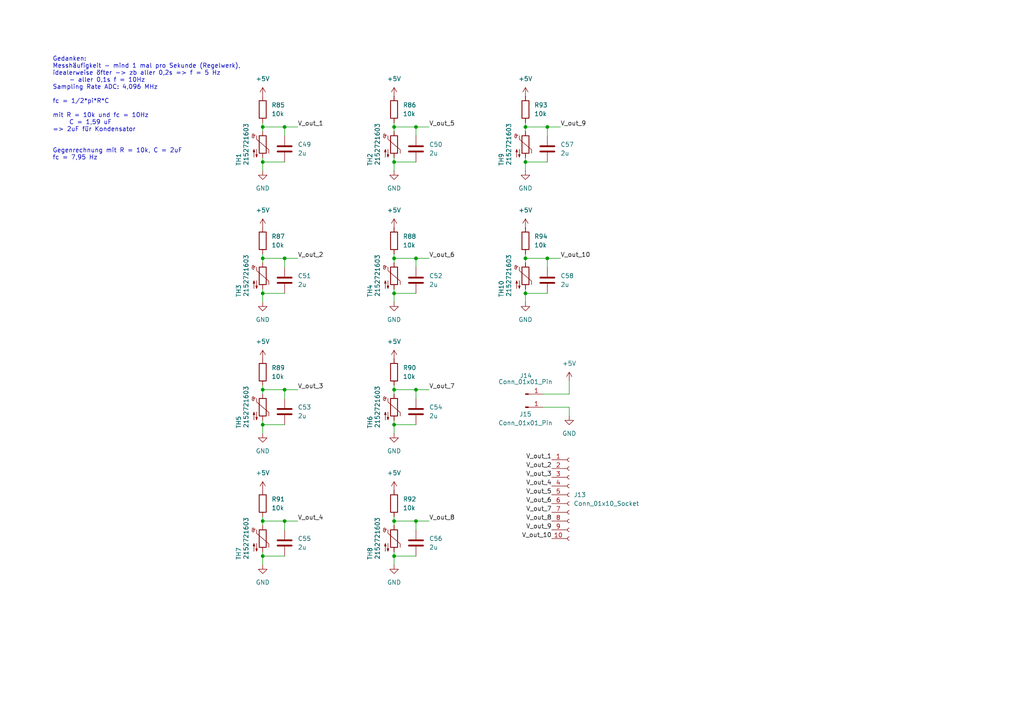
<source format=kicad_sch>
(kicad_sch
	(version 20231120)
	(generator "eeschema")
	(generator_version "8.0")
	(uuid "c04fa1e9-ff14-4ce8-b8e4-68ac8a1e4cda")
	(paper "A4")
	(lib_symbols
		(symbol "Connector:Conn_01x01_Pin"
			(pin_names
				(offset 1.016) hide)
			(exclude_from_sim no)
			(in_bom yes)
			(on_board yes)
			(property "Reference" "J"
				(at 0 2.54 0)
				(effects
					(font
						(size 1.27 1.27)
					)
				)
			)
			(property "Value" "Conn_01x01_Pin"
				(at 0 -2.54 0)
				(effects
					(font
						(size 1.27 1.27)
					)
				)
			)
			(property "Footprint" ""
				(at 0 0 0)
				(effects
					(font
						(size 1.27 1.27)
					)
					(hide yes)
				)
			)
			(property "Datasheet" "~"
				(at 0 0 0)
				(effects
					(font
						(size 1.27 1.27)
					)
					(hide yes)
				)
			)
			(property "Description" "Generic connector, single row, 01x01, script generated"
				(at 0 0 0)
				(effects
					(font
						(size 1.27 1.27)
					)
					(hide yes)
				)
			)
			(property "ki_locked" ""
				(at 0 0 0)
				(effects
					(font
						(size 1.27 1.27)
					)
				)
			)
			(property "ki_keywords" "connector"
				(at 0 0 0)
				(effects
					(font
						(size 1.27 1.27)
					)
					(hide yes)
				)
			)
			(property "ki_fp_filters" "Connector*:*_1x??_*"
				(at 0 0 0)
				(effects
					(font
						(size 1.27 1.27)
					)
					(hide yes)
				)
			)
			(symbol "Conn_01x01_Pin_1_1"
				(polyline
					(pts
						(xy 1.27 0) (xy 0.8636 0)
					)
					(stroke
						(width 0.1524)
						(type default)
					)
					(fill
						(type none)
					)
				)
				(rectangle
					(start 0.8636 0.127)
					(end 0 -0.127)
					(stroke
						(width 0.1524)
						(type default)
					)
					(fill
						(type outline)
					)
				)
				(pin passive line
					(at 5.08 0 180)
					(length 3.81)
					(name "Pin_1"
						(effects
							(font
								(size 1.27 1.27)
							)
						)
					)
					(number "1"
						(effects
							(font
								(size 1.27 1.27)
							)
						)
					)
				)
			)
		)
		(symbol "Connector:Conn_01x10_Socket"
			(pin_names
				(offset 1.016) hide)
			(exclude_from_sim no)
			(in_bom yes)
			(on_board yes)
			(property "Reference" "J"
				(at 0 12.7 0)
				(effects
					(font
						(size 1.27 1.27)
					)
				)
			)
			(property "Value" "Conn_01x10_Socket"
				(at 0 -15.24 0)
				(effects
					(font
						(size 1.27 1.27)
					)
				)
			)
			(property "Footprint" ""
				(at 0 0 0)
				(effects
					(font
						(size 1.27 1.27)
					)
					(hide yes)
				)
			)
			(property "Datasheet" "~"
				(at 0 0 0)
				(effects
					(font
						(size 1.27 1.27)
					)
					(hide yes)
				)
			)
			(property "Description" "Generic connector, single row, 01x10, script generated"
				(at 0 0 0)
				(effects
					(font
						(size 1.27 1.27)
					)
					(hide yes)
				)
			)
			(property "ki_locked" ""
				(at 0 0 0)
				(effects
					(font
						(size 1.27 1.27)
					)
				)
			)
			(property "ki_keywords" "connector"
				(at 0 0 0)
				(effects
					(font
						(size 1.27 1.27)
					)
					(hide yes)
				)
			)
			(property "ki_fp_filters" "Connector*:*_1x??_*"
				(at 0 0 0)
				(effects
					(font
						(size 1.27 1.27)
					)
					(hide yes)
				)
			)
			(symbol "Conn_01x10_Socket_1_1"
				(arc
					(start 0 -12.192)
					(mid -0.5058 -12.7)
					(end 0 -13.208)
					(stroke
						(width 0.1524)
						(type default)
					)
					(fill
						(type none)
					)
				)
				(arc
					(start 0 -9.652)
					(mid -0.5058 -10.16)
					(end 0 -10.668)
					(stroke
						(width 0.1524)
						(type default)
					)
					(fill
						(type none)
					)
				)
				(arc
					(start 0 -7.112)
					(mid -0.5058 -7.62)
					(end 0 -8.128)
					(stroke
						(width 0.1524)
						(type default)
					)
					(fill
						(type none)
					)
				)
				(arc
					(start 0 -4.572)
					(mid -0.5058 -5.08)
					(end 0 -5.588)
					(stroke
						(width 0.1524)
						(type default)
					)
					(fill
						(type none)
					)
				)
				(arc
					(start 0 -2.032)
					(mid -0.5058 -2.54)
					(end 0 -3.048)
					(stroke
						(width 0.1524)
						(type default)
					)
					(fill
						(type none)
					)
				)
				(polyline
					(pts
						(xy -1.27 -12.7) (xy -0.508 -12.7)
					)
					(stroke
						(width 0.1524)
						(type default)
					)
					(fill
						(type none)
					)
				)
				(polyline
					(pts
						(xy -1.27 -10.16) (xy -0.508 -10.16)
					)
					(stroke
						(width 0.1524)
						(type default)
					)
					(fill
						(type none)
					)
				)
				(polyline
					(pts
						(xy -1.27 -7.62) (xy -0.508 -7.62)
					)
					(stroke
						(width 0.1524)
						(type default)
					)
					(fill
						(type none)
					)
				)
				(polyline
					(pts
						(xy -1.27 -5.08) (xy -0.508 -5.08)
					)
					(stroke
						(width 0.1524)
						(type default)
					)
					(fill
						(type none)
					)
				)
				(polyline
					(pts
						(xy -1.27 -2.54) (xy -0.508 -2.54)
					)
					(stroke
						(width 0.1524)
						(type default)
					)
					(fill
						(type none)
					)
				)
				(polyline
					(pts
						(xy -1.27 0) (xy -0.508 0)
					)
					(stroke
						(width 0.1524)
						(type default)
					)
					(fill
						(type none)
					)
				)
				(polyline
					(pts
						(xy -1.27 2.54) (xy -0.508 2.54)
					)
					(stroke
						(width 0.1524)
						(type default)
					)
					(fill
						(type none)
					)
				)
				(polyline
					(pts
						(xy -1.27 5.08) (xy -0.508 5.08)
					)
					(stroke
						(width 0.1524)
						(type default)
					)
					(fill
						(type none)
					)
				)
				(polyline
					(pts
						(xy -1.27 7.62) (xy -0.508 7.62)
					)
					(stroke
						(width 0.1524)
						(type default)
					)
					(fill
						(type none)
					)
				)
				(polyline
					(pts
						(xy -1.27 10.16) (xy -0.508 10.16)
					)
					(stroke
						(width 0.1524)
						(type default)
					)
					(fill
						(type none)
					)
				)
				(arc
					(start 0 0.508)
					(mid -0.5058 0)
					(end 0 -0.508)
					(stroke
						(width 0.1524)
						(type default)
					)
					(fill
						(type none)
					)
				)
				(arc
					(start 0 3.048)
					(mid -0.5058 2.54)
					(end 0 2.032)
					(stroke
						(width 0.1524)
						(type default)
					)
					(fill
						(type none)
					)
				)
				(arc
					(start 0 5.588)
					(mid -0.5058 5.08)
					(end 0 4.572)
					(stroke
						(width 0.1524)
						(type default)
					)
					(fill
						(type none)
					)
				)
				(arc
					(start 0 8.128)
					(mid -0.5058 7.62)
					(end 0 7.112)
					(stroke
						(width 0.1524)
						(type default)
					)
					(fill
						(type none)
					)
				)
				(arc
					(start 0 10.668)
					(mid -0.5058 10.16)
					(end 0 9.652)
					(stroke
						(width 0.1524)
						(type default)
					)
					(fill
						(type none)
					)
				)
				(pin passive line
					(at -5.08 10.16 0)
					(length 3.81)
					(name "Pin_1"
						(effects
							(font
								(size 1.27 1.27)
							)
						)
					)
					(number "1"
						(effects
							(font
								(size 1.27 1.27)
							)
						)
					)
				)
				(pin passive line
					(at -5.08 -12.7 0)
					(length 3.81)
					(name "Pin_10"
						(effects
							(font
								(size 1.27 1.27)
							)
						)
					)
					(number "10"
						(effects
							(font
								(size 1.27 1.27)
							)
						)
					)
				)
				(pin passive line
					(at -5.08 7.62 0)
					(length 3.81)
					(name "Pin_2"
						(effects
							(font
								(size 1.27 1.27)
							)
						)
					)
					(number "2"
						(effects
							(font
								(size 1.27 1.27)
							)
						)
					)
				)
				(pin passive line
					(at -5.08 5.08 0)
					(length 3.81)
					(name "Pin_3"
						(effects
							(font
								(size 1.27 1.27)
							)
						)
					)
					(number "3"
						(effects
							(font
								(size 1.27 1.27)
							)
						)
					)
				)
				(pin passive line
					(at -5.08 2.54 0)
					(length 3.81)
					(name "Pin_4"
						(effects
							(font
								(size 1.27 1.27)
							)
						)
					)
					(number "4"
						(effects
							(font
								(size 1.27 1.27)
							)
						)
					)
				)
				(pin passive line
					(at -5.08 0 0)
					(length 3.81)
					(name "Pin_5"
						(effects
							(font
								(size 1.27 1.27)
							)
						)
					)
					(number "5"
						(effects
							(font
								(size 1.27 1.27)
							)
						)
					)
				)
				(pin passive line
					(at -5.08 -2.54 0)
					(length 3.81)
					(name "Pin_6"
						(effects
							(font
								(size 1.27 1.27)
							)
						)
					)
					(number "6"
						(effects
							(font
								(size 1.27 1.27)
							)
						)
					)
				)
				(pin passive line
					(at -5.08 -5.08 0)
					(length 3.81)
					(name "Pin_7"
						(effects
							(font
								(size 1.27 1.27)
							)
						)
					)
					(number "7"
						(effects
							(font
								(size 1.27 1.27)
							)
						)
					)
				)
				(pin passive line
					(at -5.08 -7.62 0)
					(length 3.81)
					(name "Pin_8"
						(effects
							(font
								(size 1.27 1.27)
							)
						)
					)
					(number "8"
						(effects
							(font
								(size 1.27 1.27)
							)
						)
					)
				)
				(pin passive line
					(at -5.08 -10.16 0)
					(length 3.81)
					(name "Pin_9"
						(effects
							(font
								(size 1.27 1.27)
							)
						)
					)
					(number "9"
						(effects
							(font
								(size 1.27 1.27)
							)
						)
					)
				)
			)
		)
		(symbol "Device:C"
			(pin_numbers hide)
			(pin_names
				(offset 0.254)
			)
			(exclude_from_sim no)
			(in_bom yes)
			(on_board yes)
			(property "Reference" "C"
				(at 0.635 2.54 0)
				(effects
					(font
						(size 1.27 1.27)
					)
					(justify left)
				)
			)
			(property "Value" "C"
				(at 0.635 -2.54 0)
				(effects
					(font
						(size 1.27 1.27)
					)
					(justify left)
				)
			)
			(property "Footprint" ""
				(at 0.9652 -3.81 0)
				(effects
					(font
						(size 1.27 1.27)
					)
					(hide yes)
				)
			)
			(property "Datasheet" "~"
				(at 0 0 0)
				(effects
					(font
						(size 1.27 1.27)
					)
					(hide yes)
				)
			)
			(property "Description" "Unpolarized capacitor"
				(at 0 0 0)
				(effects
					(font
						(size 1.27 1.27)
					)
					(hide yes)
				)
			)
			(property "ki_keywords" "cap capacitor"
				(at 0 0 0)
				(effects
					(font
						(size 1.27 1.27)
					)
					(hide yes)
				)
			)
			(property "ki_fp_filters" "C_*"
				(at 0 0 0)
				(effects
					(font
						(size 1.27 1.27)
					)
					(hide yes)
				)
			)
			(symbol "C_0_1"
				(polyline
					(pts
						(xy -2.032 -0.762) (xy 2.032 -0.762)
					)
					(stroke
						(width 0.508)
						(type default)
					)
					(fill
						(type none)
					)
				)
				(polyline
					(pts
						(xy -2.032 0.762) (xy 2.032 0.762)
					)
					(stroke
						(width 0.508)
						(type default)
					)
					(fill
						(type none)
					)
				)
			)
			(symbol "C_1_1"
				(pin passive line
					(at 0 3.81 270)
					(length 2.794)
					(name "~"
						(effects
							(font
								(size 1.27 1.27)
							)
						)
					)
					(number "1"
						(effects
							(font
								(size 1.27 1.27)
							)
						)
					)
				)
				(pin passive line
					(at 0 -3.81 90)
					(length 2.794)
					(name "~"
						(effects
							(font
								(size 1.27 1.27)
							)
						)
					)
					(number "2"
						(effects
							(font
								(size 1.27 1.27)
							)
						)
					)
				)
			)
		)
		(symbol "Device:R"
			(pin_numbers hide)
			(pin_names
				(offset 0)
			)
			(exclude_from_sim no)
			(in_bom yes)
			(on_board yes)
			(property "Reference" "R"
				(at 2.032 0 90)
				(effects
					(font
						(size 1.27 1.27)
					)
				)
			)
			(property "Value" "R"
				(at 0 0 90)
				(effects
					(font
						(size 1.27 1.27)
					)
				)
			)
			(property "Footprint" ""
				(at -1.778 0 90)
				(effects
					(font
						(size 1.27 1.27)
					)
					(hide yes)
				)
			)
			(property "Datasheet" "~"
				(at 0 0 0)
				(effects
					(font
						(size 1.27 1.27)
					)
					(hide yes)
				)
			)
			(property "Description" "Resistor"
				(at 0 0 0)
				(effects
					(font
						(size 1.27 1.27)
					)
					(hide yes)
				)
			)
			(property "ki_keywords" "R res resistor"
				(at 0 0 0)
				(effects
					(font
						(size 1.27 1.27)
					)
					(hide yes)
				)
			)
			(property "ki_fp_filters" "R_*"
				(at 0 0 0)
				(effects
					(font
						(size 1.27 1.27)
					)
					(hide yes)
				)
			)
			(symbol "R_0_1"
				(rectangle
					(start -1.016 -2.54)
					(end 1.016 2.54)
					(stroke
						(width 0.254)
						(type default)
					)
					(fill
						(type none)
					)
				)
			)
			(symbol "R_1_1"
				(pin passive line
					(at 0 3.81 270)
					(length 1.27)
					(name "~"
						(effects
							(font
								(size 1.27 1.27)
							)
						)
					)
					(number "1"
						(effects
							(font
								(size 1.27 1.27)
							)
						)
					)
				)
				(pin passive line
					(at 0 -3.81 90)
					(length 1.27)
					(name "~"
						(effects
							(font
								(size 1.27 1.27)
							)
						)
					)
					(number "2"
						(effects
							(font
								(size 1.27 1.27)
							)
						)
					)
				)
			)
		)
		(symbol "Device:Thermistor_NTC"
			(pin_numbers hide)
			(pin_names
				(offset 0)
			)
			(exclude_from_sim no)
			(in_bom yes)
			(on_board yes)
			(property "Reference" "TH"
				(at -4.445 0 90)
				(effects
					(font
						(size 1.27 1.27)
					)
				)
			)
			(property "Value" "Thermistor_NTC"
				(at 3.175 0 90)
				(effects
					(font
						(size 1.27 1.27)
					)
				)
			)
			(property "Footprint" ""
				(at 0 1.27 0)
				(effects
					(font
						(size 1.27 1.27)
					)
					(hide yes)
				)
			)
			(property "Datasheet" "~"
				(at 0 1.27 0)
				(effects
					(font
						(size 1.27 1.27)
					)
					(hide yes)
				)
			)
			(property "Description" "Temperature dependent resistor, negative temperature coefficient"
				(at 0 0 0)
				(effects
					(font
						(size 1.27 1.27)
					)
					(hide yes)
				)
			)
			(property "ki_keywords" "thermistor NTC resistor sensor RTD"
				(at 0 0 0)
				(effects
					(font
						(size 1.27 1.27)
					)
					(hide yes)
				)
			)
			(property "ki_fp_filters" "*NTC* *Thermistor* PIN?ARRAY* bornier* *Terminal?Block* R_*"
				(at 0 0 0)
				(effects
					(font
						(size 1.27 1.27)
					)
					(hide yes)
				)
			)
			(symbol "Thermistor_NTC_0_1"
				(arc
					(start -3.048 2.159)
					(mid -3.0495 2.3143)
					(end -3.175 2.413)
					(stroke
						(width 0)
						(type default)
					)
					(fill
						(type none)
					)
				)
				(arc
					(start -3.048 2.159)
					(mid -2.9736 1.9794)
					(end -2.794 1.905)
					(stroke
						(width 0)
						(type default)
					)
					(fill
						(type none)
					)
				)
				(arc
					(start -3.048 2.794)
					(mid -2.9736 2.6144)
					(end -2.794 2.54)
					(stroke
						(width 0)
						(type default)
					)
					(fill
						(type none)
					)
				)
				(arc
					(start -2.794 1.905)
					(mid -2.6144 1.9794)
					(end -2.54 2.159)
					(stroke
						(width 0)
						(type default)
					)
					(fill
						(type none)
					)
				)
				(arc
					(start -2.794 2.54)
					(mid -2.4393 2.5587)
					(end -2.159 2.794)
					(stroke
						(width 0)
						(type default)
					)
					(fill
						(type none)
					)
				)
				(arc
					(start -2.794 3.048)
					(mid -2.9736 2.9736)
					(end -3.048 2.794)
					(stroke
						(width 0)
						(type default)
					)
					(fill
						(type none)
					)
				)
				(arc
					(start -2.54 2.794)
					(mid -2.6144 2.9736)
					(end -2.794 3.048)
					(stroke
						(width 0)
						(type default)
					)
					(fill
						(type none)
					)
				)
				(rectangle
					(start -1.016 2.54)
					(end 1.016 -2.54)
					(stroke
						(width 0.254)
						(type default)
					)
					(fill
						(type none)
					)
				)
				(polyline
					(pts
						(xy -2.54 2.159) (xy -2.54 2.794)
					)
					(stroke
						(width 0)
						(type default)
					)
					(fill
						(type none)
					)
				)
				(polyline
					(pts
						(xy -1.778 2.54) (xy -1.778 1.524) (xy 1.778 -1.524) (xy 1.778 -2.54)
					)
					(stroke
						(width 0)
						(type default)
					)
					(fill
						(type none)
					)
				)
				(polyline
					(pts
						(xy -2.54 -3.683) (xy -2.54 -1.397) (xy -2.794 -2.159) (xy -2.286 -2.159) (xy -2.54 -1.397) (xy -2.54 -1.651)
					)
					(stroke
						(width 0)
						(type default)
					)
					(fill
						(type outline)
					)
				)
				(polyline
					(pts
						(xy -1.778 -1.397) (xy -1.778 -3.683) (xy -2.032 -2.921) (xy -1.524 -2.921) (xy -1.778 -3.683)
						(xy -1.778 -3.429)
					)
					(stroke
						(width 0)
						(type default)
					)
					(fill
						(type outline)
					)
				)
			)
			(symbol "Thermistor_NTC_1_1"
				(pin passive line
					(at 0 3.81 270)
					(length 1.27)
					(name "~"
						(effects
							(font
								(size 1.27 1.27)
							)
						)
					)
					(number "1"
						(effects
							(font
								(size 1.27 1.27)
							)
						)
					)
				)
				(pin passive line
					(at 0 -3.81 90)
					(length 1.27)
					(name "~"
						(effects
							(font
								(size 1.27 1.27)
							)
						)
					)
					(number "2"
						(effects
							(font
								(size 1.27 1.27)
							)
						)
					)
				)
			)
		)
		(symbol "power:+5V"
			(power)
			(pin_numbers hide)
			(pin_names
				(offset 0) hide)
			(exclude_from_sim no)
			(in_bom yes)
			(on_board yes)
			(property "Reference" "#PWR"
				(at 0 -3.81 0)
				(effects
					(font
						(size 1.27 1.27)
					)
					(hide yes)
				)
			)
			(property "Value" "+5V"
				(at 0 3.556 0)
				(effects
					(font
						(size 1.27 1.27)
					)
				)
			)
			(property "Footprint" ""
				(at 0 0 0)
				(effects
					(font
						(size 1.27 1.27)
					)
					(hide yes)
				)
			)
			(property "Datasheet" ""
				(at 0 0 0)
				(effects
					(font
						(size 1.27 1.27)
					)
					(hide yes)
				)
			)
			(property "Description" "Power symbol creates a global label with name \"+5V\""
				(at 0 0 0)
				(effects
					(font
						(size 1.27 1.27)
					)
					(hide yes)
				)
			)
			(property "ki_keywords" "global power"
				(at 0 0 0)
				(effects
					(font
						(size 1.27 1.27)
					)
					(hide yes)
				)
			)
			(symbol "+5V_0_1"
				(polyline
					(pts
						(xy -0.762 1.27) (xy 0 2.54)
					)
					(stroke
						(width 0)
						(type default)
					)
					(fill
						(type none)
					)
				)
				(polyline
					(pts
						(xy 0 0) (xy 0 2.54)
					)
					(stroke
						(width 0)
						(type default)
					)
					(fill
						(type none)
					)
				)
				(polyline
					(pts
						(xy 0 2.54) (xy 0.762 1.27)
					)
					(stroke
						(width 0)
						(type default)
					)
					(fill
						(type none)
					)
				)
			)
			(symbol "+5V_1_1"
				(pin power_in line
					(at 0 0 90)
					(length 0)
					(name "~"
						(effects
							(font
								(size 1.27 1.27)
							)
						)
					)
					(number "1"
						(effects
							(font
								(size 1.27 1.27)
							)
						)
					)
				)
			)
		)
		(symbol "power:GND"
			(power)
			(pin_numbers hide)
			(pin_names
				(offset 0) hide)
			(exclude_from_sim no)
			(in_bom yes)
			(on_board yes)
			(property "Reference" "#PWR"
				(at 0 -6.35 0)
				(effects
					(font
						(size 1.27 1.27)
					)
					(hide yes)
				)
			)
			(property "Value" "GND"
				(at 0 -3.81 0)
				(effects
					(font
						(size 1.27 1.27)
					)
				)
			)
			(property "Footprint" ""
				(at 0 0 0)
				(effects
					(font
						(size 1.27 1.27)
					)
					(hide yes)
				)
			)
			(property "Datasheet" ""
				(at 0 0 0)
				(effects
					(font
						(size 1.27 1.27)
					)
					(hide yes)
				)
			)
			(property "Description" "Power symbol creates a global label with name \"GND\" , ground"
				(at 0 0 0)
				(effects
					(font
						(size 1.27 1.27)
					)
					(hide yes)
				)
			)
			(property "ki_keywords" "global power"
				(at 0 0 0)
				(effects
					(font
						(size 1.27 1.27)
					)
					(hide yes)
				)
			)
			(symbol "GND_0_1"
				(polyline
					(pts
						(xy 0 0) (xy 0 -1.27) (xy 1.27 -1.27) (xy 0 -2.54) (xy -1.27 -1.27) (xy 0 -1.27)
					)
					(stroke
						(width 0)
						(type default)
					)
					(fill
						(type none)
					)
				)
			)
			(symbol "GND_1_1"
				(pin power_in line
					(at 0 0 270)
					(length 0)
					(name "~"
						(effects
							(font
								(size 1.27 1.27)
							)
						)
					)
					(number "1"
						(effects
							(font
								(size 1.27 1.27)
							)
						)
					)
				)
			)
		)
	)
	(junction
		(at 114.3 113.03)
		(diameter 0)
		(color 0 0 0 0)
		(uuid "02a37f10-ffd6-4b20-8758-a20811b70484")
	)
	(junction
		(at 152.4 36.83)
		(diameter 0)
		(color 0 0 0 0)
		(uuid "09db6db1-f3c1-490a-a979-2ccfa097db9a")
	)
	(junction
		(at 114.3 151.13)
		(diameter 0)
		(color 0 0 0 0)
		(uuid "0b4c0840-bc63-486a-ba9b-7023b6db3fb5")
	)
	(junction
		(at 76.2 74.93)
		(diameter 0)
		(color 0 0 0 0)
		(uuid "14476067-00ea-4d48-abc0-50d05e43fa19")
	)
	(junction
		(at 120.65 113.03)
		(diameter 0)
		(color 0 0 0 0)
		(uuid "1a82186c-767f-49b8-b73d-45fbb512c095")
	)
	(junction
		(at 76.2 151.13)
		(diameter 0)
		(color 0 0 0 0)
		(uuid "1af1c0d2-f8a3-4c79-a9ec-67ad777232d5")
	)
	(junction
		(at 152.4 85.09)
		(diameter 0)
		(color 0 0 0 0)
		(uuid "1f6e6b4e-64f7-41ee-8cfc-4b091d778126")
	)
	(junction
		(at 114.3 161.29)
		(diameter 0)
		(color 0 0 0 0)
		(uuid "2730c326-6346-4448-aa1e-7795c494b869")
	)
	(junction
		(at 120.65 36.83)
		(diameter 0)
		(color 0 0 0 0)
		(uuid "2fc6f474-098a-43f9-bd8f-55e9827a1307")
	)
	(junction
		(at 152.4 74.93)
		(diameter 0)
		(color 0 0 0 0)
		(uuid "3e0646c5-f350-4bab-a135-24dcc0d2bf5c")
	)
	(junction
		(at 158.75 36.83)
		(diameter 0)
		(color 0 0 0 0)
		(uuid "3f7080c5-cccf-4122-bfb6-03e0cf689d87")
	)
	(junction
		(at 114.3 36.83)
		(diameter 0)
		(color 0 0 0 0)
		(uuid "41eab48d-bc53-4aea-a7a2-06f54329b52a")
	)
	(junction
		(at 76.2 123.19)
		(diameter 0)
		(color 0 0 0 0)
		(uuid "4ad15ed0-cecc-4380-abec-5b86663fec01")
	)
	(junction
		(at 114.3 85.09)
		(diameter 0)
		(color 0 0 0 0)
		(uuid "4c666921-8ff9-4245-ab98-931f97f43ef1")
	)
	(junction
		(at 158.75 74.93)
		(diameter 0)
		(color 0 0 0 0)
		(uuid "50a3ee63-5ccc-446b-8aa7-b1bf4e8c9510")
	)
	(junction
		(at 82.55 151.13)
		(diameter 0)
		(color 0 0 0 0)
		(uuid "5d2c9f89-ef95-4693-be1a-109969fa72b4")
	)
	(junction
		(at 76.2 161.29)
		(diameter 0)
		(color 0 0 0 0)
		(uuid "5e085f09-4186-4997-b6fc-292e603d4355")
	)
	(junction
		(at 82.55 36.83)
		(diameter 0)
		(color 0 0 0 0)
		(uuid "65176f7d-a4e2-4b0f-9a33-03f0575f5d5f")
	)
	(junction
		(at 76.2 36.83)
		(diameter 0)
		(color 0 0 0 0)
		(uuid "6ffde988-d1b9-4e5a-94e2-c4b766b195e6")
	)
	(junction
		(at 76.2 85.09)
		(diameter 0)
		(color 0 0 0 0)
		(uuid "826c9617-69fb-49d3-bea4-951decfb497e")
	)
	(junction
		(at 76.2 46.99)
		(diameter 0)
		(color 0 0 0 0)
		(uuid "9964913f-b909-4b50-97e6-e67fafa0ec9f")
	)
	(junction
		(at 76.2 113.03)
		(diameter 0)
		(color 0 0 0 0)
		(uuid "b5e01637-ad62-431c-a1ef-3dadf5541a0f")
	)
	(junction
		(at 114.3 46.99)
		(diameter 0)
		(color 0 0 0 0)
		(uuid "b8d22252-cc33-40c6-97e2-ee40cc09a185")
	)
	(junction
		(at 114.3 123.19)
		(diameter 0)
		(color 0 0 0 0)
		(uuid "c450bb02-f2d5-4e35-9466-8a5f9ddeb972")
	)
	(junction
		(at 152.4 46.99)
		(diameter 0)
		(color 0 0 0 0)
		(uuid "c743dc9c-098a-4304-9900-6f7367da93c7")
	)
	(junction
		(at 114.3 74.93)
		(diameter 0)
		(color 0 0 0 0)
		(uuid "c82e7f55-87b9-4e3c-8471-d3edc12117f6")
	)
	(junction
		(at 120.65 74.93)
		(diameter 0)
		(color 0 0 0 0)
		(uuid "ccdcec25-1cb4-4d1c-a8f4-257658e98572")
	)
	(junction
		(at 82.55 74.93)
		(diameter 0)
		(color 0 0 0 0)
		(uuid "dce68dc5-dc1c-4b4f-b55d-7cafa12cef74")
	)
	(junction
		(at 120.65 151.13)
		(diameter 0)
		(color 0 0 0 0)
		(uuid "de9f207f-aef4-46d4-bd83-fcd0aefde8fc")
	)
	(junction
		(at 82.55 113.03)
		(diameter 0)
		(color 0 0 0 0)
		(uuid "fb31db60-c9ef-4f64-8b99-8e4f466c110d")
	)
	(wire
		(pts
			(xy 76.2 160.02) (xy 76.2 161.29)
		)
		(stroke
			(width 0)
			(type default)
		)
		(uuid "00adef34-30a7-4713-96e4-5252348b0ba5")
	)
	(wire
		(pts
			(xy 114.3 74.93) (xy 114.3 76.2)
		)
		(stroke
			(width 0)
			(type default)
		)
		(uuid "01057768-5ad6-4eaa-992a-723f1f7e5233")
	)
	(wire
		(pts
			(xy 157.48 114.3) (xy 165.1 114.3)
		)
		(stroke
			(width 0)
			(type default)
		)
		(uuid "04bd9d85-b83c-4347-857e-fc3e11502b9f")
	)
	(wire
		(pts
			(xy 114.3 161.29) (xy 120.65 161.29)
		)
		(stroke
			(width 0)
			(type default)
		)
		(uuid "1b763cf4-c63a-4604-857f-6ec10e90e51b")
	)
	(wire
		(pts
			(xy 114.3 36.83) (xy 114.3 38.1)
		)
		(stroke
			(width 0)
			(type default)
		)
		(uuid "1df2167f-31f3-4f99-98b0-7b3df2eb3947")
	)
	(wire
		(pts
			(xy 114.3 121.92) (xy 114.3 123.19)
		)
		(stroke
			(width 0)
			(type default)
		)
		(uuid "1f1ac8b4-d225-48bc-bd36-0a7a8f677b05")
	)
	(wire
		(pts
			(xy 114.3 85.09) (xy 120.65 85.09)
		)
		(stroke
			(width 0)
			(type default)
		)
		(uuid "205c26eb-ec88-4572-8e4b-2f5c9b08af7b")
	)
	(wire
		(pts
			(xy 120.65 151.13) (xy 120.65 153.67)
		)
		(stroke
			(width 0)
			(type default)
		)
		(uuid "21df7f2c-a0c0-4530-bc5e-311b02774b2a")
	)
	(wire
		(pts
			(xy 82.55 113.03) (xy 82.55 115.57)
		)
		(stroke
			(width 0)
			(type default)
		)
		(uuid "22465fcf-7c48-4618-a85c-f8e7e360ef41")
	)
	(wire
		(pts
			(xy 76.2 46.99) (xy 82.55 46.99)
		)
		(stroke
			(width 0)
			(type default)
		)
		(uuid "279f532f-7eb4-4c91-839a-95b5ba2f8d50")
	)
	(wire
		(pts
			(xy 114.3 36.83) (xy 120.65 36.83)
		)
		(stroke
			(width 0)
			(type default)
		)
		(uuid "2b617e7c-53ba-4d5f-8273-e998c88dce19")
	)
	(wire
		(pts
			(xy 120.65 151.13) (xy 124.46 151.13)
		)
		(stroke
			(width 0)
			(type default)
		)
		(uuid "2b75eaf8-935e-4fa7-a4c7-595d0ebe1bf6")
	)
	(wire
		(pts
			(xy 76.2 46.99) (xy 76.2 49.53)
		)
		(stroke
			(width 0)
			(type default)
		)
		(uuid "2cb32a9a-08ed-467d-8ea2-34b6cf7bfa36")
	)
	(wire
		(pts
			(xy 114.3 160.02) (xy 114.3 161.29)
		)
		(stroke
			(width 0)
			(type default)
		)
		(uuid "2da65222-c677-46dc-b6ac-6873137c627a")
	)
	(wire
		(pts
			(xy 165.1 114.3) (xy 165.1 110.49)
		)
		(stroke
			(width 0)
			(type default)
		)
		(uuid "34ce4d70-ad81-4c7e-ad37-2655b6e4abda")
	)
	(wire
		(pts
			(xy 82.55 151.13) (xy 86.36 151.13)
		)
		(stroke
			(width 0)
			(type default)
		)
		(uuid "3684bb13-0692-431c-97a6-655846bd8968")
	)
	(wire
		(pts
			(xy 152.4 74.93) (xy 158.75 74.93)
		)
		(stroke
			(width 0)
			(type default)
		)
		(uuid "379ac934-491c-4c91-b0dc-5a47b2638b85")
	)
	(wire
		(pts
			(xy 76.2 73.66) (xy 76.2 74.93)
		)
		(stroke
			(width 0)
			(type default)
		)
		(uuid "3a37d028-ff78-48e9-8473-73eb2b6dfc1b")
	)
	(wire
		(pts
			(xy 114.3 161.29) (xy 114.3 163.83)
		)
		(stroke
			(width 0)
			(type default)
		)
		(uuid "3e557f4e-9788-4bcc-9c5e-9b0447bc5f57")
	)
	(wire
		(pts
			(xy 158.75 36.83) (xy 158.75 39.37)
		)
		(stroke
			(width 0)
			(type default)
		)
		(uuid "403e7592-62f8-4abb-b266-7f4f9a8e6ced")
	)
	(wire
		(pts
			(xy 152.4 36.83) (xy 158.75 36.83)
		)
		(stroke
			(width 0)
			(type default)
		)
		(uuid "403f69c0-5e97-4e5f-aa15-8d812303f625")
	)
	(wire
		(pts
			(xy 76.2 161.29) (xy 76.2 163.83)
		)
		(stroke
			(width 0)
			(type default)
		)
		(uuid "40a9a28d-714d-4ffc-83f0-1d1614366d9e")
	)
	(wire
		(pts
			(xy 152.4 36.83) (xy 152.4 38.1)
		)
		(stroke
			(width 0)
			(type default)
		)
		(uuid "42274e8b-ba27-42aa-95cb-e6dedcd8ad5c")
	)
	(wire
		(pts
			(xy 82.55 74.93) (xy 86.36 74.93)
		)
		(stroke
			(width 0)
			(type default)
		)
		(uuid "42c1cb9a-b6a3-4816-b455-51fd4de8846c")
	)
	(wire
		(pts
			(xy 76.2 123.19) (xy 76.2 125.73)
		)
		(stroke
			(width 0)
			(type default)
		)
		(uuid "4712578a-28fb-4db9-9ff3-217a9d54d760")
	)
	(wire
		(pts
			(xy 76.2 36.83) (xy 76.2 38.1)
		)
		(stroke
			(width 0)
			(type default)
		)
		(uuid "47bda7fd-7b36-4985-a056-bde39d01be27")
	)
	(wire
		(pts
			(xy 152.4 35.56) (xy 152.4 36.83)
		)
		(stroke
			(width 0)
			(type default)
		)
		(uuid "49b07952-5c92-4833-b8fa-1f629cd03c69")
	)
	(wire
		(pts
			(xy 152.4 46.99) (xy 158.75 46.99)
		)
		(stroke
			(width 0)
			(type default)
		)
		(uuid "4d6b506f-c47b-4d08-9cb9-69c075001475")
	)
	(wire
		(pts
			(xy 82.55 36.83) (xy 86.36 36.83)
		)
		(stroke
			(width 0)
			(type default)
		)
		(uuid "509e3e37-353b-435e-bcb9-1b69282de09a")
	)
	(wire
		(pts
			(xy 76.2 151.13) (xy 82.55 151.13)
		)
		(stroke
			(width 0)
			(type default)
		)
		(uuid "50c6dff3-576c-4f66-9143-885fac671efd")
	)
	(wire
		(pts
			(xy 76.2 113.03) (xy 76.2 114.3)
		)
		(stroke
			(width 0)
			(type default)
		)
		(uuid "549ced8d-f867-4442-b6cd-2770daf751be")
	)
	(wire
		(pts
			(xy 76.2 161.29) (xy 82.55 161.29)
		)
		(stroke
			(width 0)
			(type default)
		)
		(uuid "566d146a-b884-4dde-981d-12cf5a729fc8")
	)
	(wire
		(pts
			(xy 76.2 74.93) (xy 76.2 76.2)
		)
		(stroke
			(width 0)
			(type default)
		)
		(uuid "5b92a549-c960-4aea-8752-ee81e3f1fef7")
	)
	(wire
		(pts
			(xy 114.3 73.66) (xy 114.3 74.93)
		)
		(stroke
			(width 0)
			(type default)
		)
		(uuid "5d716ecb-e6c1-43a2-bd15-6dddd3dbdfaf")
	)
	(wire
		(pts
			(xy 114.3 111.76) (xy 114.3 113.03)
		)
		(stroke
			(width 0)
			(type default)
		)
		(uuid "5dba8df6-0b61-4cd9-92cb-459cf85b10cb")
	)
	(wire
		(pts
			(xy 114.3 85.09) (xy 114.3 87.63)
		)
		(stroke
			(width 0)
			(type default)
		)
		(uuid "5f72d985-ea76-499e-96e5-877a1ad9b465")
	)
	(wire
		(pts
			(xy 120.65 36.83) (xy 124.46 36.83)
		)
		(stroke
			(width 0)
			(type default)
		)
		(uuid "612721f1-5fa7-4c47-8c22-3dfadea397c7")
	)
	(wire
		(pts
			(xy 114.3 83.82) (xy 114.3 85.09)
		)
		(stroke
			(width 0)
			(type default)
		)
		(uuid "62a41f86-6ebd-4faa-bb19-c17e30e85dfe")
	)
	(wire
		(pts
			(xy 152.4 85.09) (xy 152.4 87.63)
		)
		(stroke
			(width 0)
			(type default)
		)
		(uuid "62c193ab-5aaf-47b4-891e-32efb6e600cd")
	)
	(wire
		(pts
			(xy 114.3 46.99) (xy 114.3 49.53)
		)
		(stroke
			(width 0)
			(type default)
		)
		(uuid "6305c2b0-0a35-4735-8257-cc6659a06e2f")
	)
	(wire
		(pts
			(xy 152.4 46.99) (xy 152.4 49.53)
		)
		(stroke
			(width 0)
			(type default)
		)
		(uuid "6338ef5c-f111-4f6b-aadf-da0a8cf3c706")
	)
	(wire
		(pts
			(xy 158.75 74.93) (xy 162.56 74.93)
		)
		(stroke
			(width 0)
			(type default)
		)
		(uuid "64608e5f-77d7-4bb8-8dc9-ee7da700797c")
	)
	(wire
		(pts
			(xy 114.3 46.99) (xy 120.65 46.99)
		)
		(stroke
			(width 0)
			(type default)
		)
		(uuid "64bd3f4f-6b83-4f7a-8e18-c75f16ad03c0")
	)
	(wire
		(pts
			(xy 82.55 36.83) (xy 82.55 39.37)
		)
		(stroke
			(width 0)
			(type default)
		)
		(uuid "7345c3a8-140f-4493-b9bd-860da7208990")
	)
	(wire
		(pts
			(xy 76.2 83.82) (xy 76.2 85.09)
		)
		(stroke
			(width 0)
			(type default)
		)
		(uuid "75e0f750-3fbb-47ee-87f3-26727bfb9b03")
	)
	(wire
		(pts
			(xy 158.75 74.93) (xy 158.75 77.47)
		)
		(stroke
			(width 0)
			(type default)
		)
		(uuid "78dffa94-8cca-4a47-aa84-7f4fd7aa1d2c")
	)
	(wire
		(pts
			(xy 114.3 123.19) (xy 114.3 125.73)
		)
		(stroke
			(width 0)
			(type default)
		)
		(uuid "7a00e868-9c9d-44a8-b005-1cdf11a7a2a7")
	)
	(wire
		(pts
			(xy 152.4 74.93) (xy 152.4 76.2)
		)
		(stroke
			(width 0)
			(type default)
		)
		(uuid "80192881-0c57-4163-9373-87f48d55ed39")
	)
	(wire
		(pts
			(xy 120.65 36.83) (xy 120.65 39.37)
		)
		(stroke
			(width 0)
			(type default)
		)
		(uuid "8509e2f9-738a-45ad-831b-fd89602c18f4")
	)
	(wire
		(pts
			(xy 114.3 151.13) (xy 114.3 152.4)
		)
		(stroke
			(width 0)
			(type default)
		)
		(uuid "8b1a645b-ae0d-40de-86c5-173a0efecfaa")
	)
	(wire
		(pts
			(xy 76.2 85.09) (xy 82.55 85.09)
		)
		(stroke
			(width 0)
			(type default)
		)
		(uuid "8bda60f7-214d-4bf4-a510-9187e588a95b")
	)
	(wire
		(pts
			(xy 152.4 45.72) (xy 152.4 46.99)
		)
		(stroke
			(width 0)
			(type default)
		)
		(uuid "8c87aecb-ef1c-416a-b989-1232c94d0cb0")
	)
	(wire
		(pts
			(xy 76.2 36.83) (xy 82.55 36.83)
		)
		(stroke
			(width 0)
			(type default)
		)
		(uuid "8d9ea2f1-427e-4130-9c7f-e2db7cb71a68")
	)
	(wire
		(pts
			(xy 76.2 45.72) (xy 76.2 46.99)
		)
		(stroke
			(width 0)
			(type default)
		)
		(uuid "9147008c-6124-44cd-b82a-61982501664f")
	)
	(wire
		(pts
			(xy 76.2 113.03) (xy 82.55 113.03)
		)
		(stroke
			(width 0)
			(type default)
		)
		(uuid "931dabfa-e5ed-43cb-947c-03f950edbf59")
	)
	(wire
		(pts
			(xy 114.3 45.72) (xy 114.3 46.99)
		)
		(stroke
			(width 0)
			(type default)
		)
		(uuid "93f07e6b-d270-4a7b-a8e7-97bb23dc1a82")
	)
	(wire
		(pts
			(xy 120.65 113.03) (xy 120.65 115.57)
		)
		(stroke
			(width 0)
			(type default)
		)
		(uuid "9623dd91-938f-47f3-85d7-8586b5395bf7")
	)
	(wire
		(pts
			(xy 114.3 113.03) (xy 120.65 113.03)
		)
		(stroke
			(width 0)
			(type default)
		)
		(uuid "99f4f41a-b9d0-470c-8fc0-67410f755099")
	)
	(wire
		(pts
			(xy 165.1 118.11) (xy 157.48 118.11)
		)
		(stroke
			(width 0)
			(type default)
		)
		(uuid "9e766546-e719-4c56-b581-2f5bf7dcf19a")
	)
	(wire
		(pts
			(xy 76.2 149.86) (xy 76.2 151.13)
		)
		(stroke
			(width 0)
			(type default)
		)
		(uuid "a216c6aa-f446-4d8c-9e44-a16a2bbf73bd")
	)
	(wire
		(pts
			(xy 152.4 85.09) (xy 158.75 85.09)
		)
		(stroke
			(width 0)
			(type default)
		)
		(uuid "a70da2ff-3762-4d66-a582-4200e1226adf")
	)
	(wire
		(pts
			(xy 76.2 123.19) (xy 82.55 123.19)
		)
		(stroke
			(width 0)
			(type default)
		)
		(uuid "af2db4d8-e55d-430f-8048-658b3995e06d")
	)
	(wire
		(pts
			(xy 82.55 113.03) (xy 86.36 113.03)
		)
		(stroke
			(width 0)
			(type default)
		)
		(uuid "af921df7-269d-497f-a437-bede1b21b168")
	)
	(wire
		(pts
			(xy 152.4 73.66) (xy 152.4 74.93)
		)
		(stroke
			(width 0)
			(type default)
		)
		(uuid "b27ed376-e29a-4641-94bc-b879f16ffe8d")
	)
	(wire
		(pts
			(xy 120.65 74.93) (xy 124.46 74.93)
		)
		(stroke
			(width 0)
			(type default)
		)
		(uuid "b6b08ed3-25ae-4794-b6fd-47f9e07d1286")
	)
	(wire
		(pts
			(xy 76.2 85.09) (xy 76.2 87.63)
		)
		(stroke
			(width 0)
			(type default)
		)
		(uuid "bb2fe46a-4f51-4f3d-8be1-068a31aad1e3")
	)
	(wire
		(pts
			(xy 158.75 36.83) (xy 162.56 36.83)
		)
		(stroke
			(width 0)
			(type default)
		)
		(uuid "bfec693f-da9b-44bd-9bcb-e9518a1112ac")
	)
	(wire
		(pts
			(xy 82.55 151.13) (xy 82.55 153.67)
		)
		(stroke
			(width 0)
			(type default)
		)
		(uuid "c255d921-8e5d-47de-8b94-7ebba6bb937f")
	)
	(wire
		(pts
			(xy 114.3 149.86) (xy 114.3 151.13)
		)
		(stroke
			(width 0)
			(type default)
		)
		(uuid "c3a1a0c9-9197-4c84-b8ea-14b408682dff")
	)
	(wire
		(pts
			(xy 114.3 35.56) (xy 114.3 36.83)
		)
		(stroke
			(width 0)
			(type default)
		)
		(uuid "c6bcdf72-f49f-4a0a-8fe4-05dddd6f7cdb")
	)
	(wire
		(pts
			(xy 76.2 111.76) (xy 76.2 113.03)
		)
		(stroke
			(width 0)
			(type default)
		)
		(uuid "c993871e-b876-4ce0-868b-dad3164b16d2")
	)
	(wire
		(pts
			(xy 114.3 113.03) (xy 114.3 114.3)
		)
		(stroke
			(width 0)
			(type default)
		)
		(uuid "d501e484-78bf-45ce-8180-2ae44ac659f5")
	)
	(wire
		(pts
			(xy 76.2 151.13) (xy 76.2 152.4)
		)
		(stroke
			(width 0)
			(type default)
		)
		(uuid "d838a756-682c-4f18-8060-be3e4dd2bf4f")
	)
	(wire
		(pts
			(xy 82.55 74.93) (xy 82.55 77.47)
		)
		(stroke
			(width 0)
			(type default)
		)
		(uuid "d861486e-eee7-4185-9c20-55ad0e625acd")
	)
	(wire
		(pts
			(xy 120.65 74.93) (xy 120.65 77.47)
		)
		(stroke
			(width 0)
			(type default)
		)
		(uuid "dc8e9156-2745-4cbd-b613-e4ac85c2b88f")
	)
	(wire
		(pts
			(xy 165.1 120.65) (xy 165.1 118.11)
		)
		(stroke
			(width 0)
			(type default)
		)
		(uuid "dd63d4fd-d084-42c4-b136-906d0f63550f")
	)
	(wire
		(pts
			(xy 76.2 74.93) (xy 82.55 74.93)
		)
		(stroke
			(width 0)
			(type default)
		)
		(uuid "ddc6b2bf-a353-45b4-8fdf-957833951e36")
	)
	(wire
		(pts
			(xy 120.65 113.03) (xy 124.46 113.03)
		)
		(stroke
			(width 0)
			(type default)
		)
		(uuid "e32a868d-9301-4408-9b55-dd3bc46eadce")
	)
	(wire
		(pts
			(xy 114.3 74.93) (xy 120.65 74.93)
		)
		(stroke
			(width 0)
			(type default)
		)
		(uuid "e5da5591-cca6-4702-9a7c-13cf795c7b44")
	)
	(wire
		(pts
			(xy 76.2 121.92) (xy 76.2 123.19)
		)
		(stroke
			(width 0)
			(type default)
		)
		(uuid "e8235098-d149-4457-ba2f-64c6281ac086")
	)
	(wire
		(pts
			(xy 152.4 83.82) (xy 152.4 85.09)
		)
		(stroke
			(width 0)
			(type default)
		)
		(uuid "f6a075f0-1c19-45b1-9c8b-32e04169a201")
	)
	(wire
		(pts
			(xy 114.3 123.19) (xy 120.65 123.19)
		)
		(stroke
			(width 0)
			(type default)
		)
		(uuid "fc1539db-2449-41a1-8e17-10198b3800ad")
	)
	(wire
		(pts
			(xy 114.3 151.13) (xy 120.65 151.13)
		)
		(stroke
			(width 0)
			(type default)
		)
		(uuid "fdf4b504-f8f4-456d-a824-3e0cf36f71ef")
	)
	(wire
		(pts
			(xy 76.2 35.56) (xy 76.2 36.83)
		)
		(stroke
			(width 0)
			(type default)
		)
		(uuid "fe1a72d5-608f-4c45-b53e-482c1c74fba6")
	)
	(text "Gedanken:\nMesshäufigkeit - mind 1 mal pro Sekunde (Regelwerk),\nidealerweise öfter -> zb aller 0,2s => f = 5 Hz\n	- aller 0,1s f = 10Hz\nSampling Rate ADC: 4,096 MHz\n\nfc = 1/2*pi*R*C\n\nmit R = 10k und fc = 10Hz\n	C = 1,59 uF\n=> 2uF für Kondensator \n\n\nGegenrechnung mit R = 10k, C = 2uF\nfc = 7,95 Hz"
		(exclude_from_sim no)
		(at 15.24 31.496 0)
		(effects
			(font
				(size 1.27 1.27)
			)
			(justify left)
		)
		(uuid "c6812ac6-7ef1-42f8-bd88-15e2610cf81e")
	)
	(label "V_out_4"
		(at 160.02 140.97 180)
		(fields_autoplaced yes)
		(effects
			(font
				(size 1.27 1.27)
			)
			(justify right bottom)
		)
		(uuid "272f3608-faa1-4cf0-9454-ca3716168d66")
	)
	(label "V_out_7"
		(at 124.46 113.03 0)
		(fields_autoplaced yes)
		(effects
			(font
				(size 1.27 1.27)
			)
			(justify left bottom)
		)
		(uuid "48c33623-ead5-40f9-94d0-9658fe123926")
	)
	(label "V_out_2"
		(at 86.36 74.93 0)
		(fields_autoplaced yes)
		(effects
			(font
				(size 1.27 1.27)
			)
			(justify left bottom)
		)
		(uuid "5902186b-a931-40d5-a896-3fcacab02eca")
	)
	(label "V_out_9"
		(at 160.02 153.67 180)
		(fields_autoplaced yes)
		(effects
			(font
				(size 1.27 1.27)
			)
			(justify right bottom)
		)
		(uuid "60f02e33-bcb6-426b-ac0b-6b060cb731aa")
	)
	(label "V_out_4"
		(at 86.36 151.13 0)
		(fields_autoplaced yes)
		(effects
			(font
				(size 1.27 1.27)
			)
			(justify left bottom)
		)
		(uuid "731427ab-8b7b-4374-b6d6-534d147936fa")
	)
	(label "V_out_3"
		(at 86.36 113.03 0)
		(fields_autoplaced yes)
		(effects
			(font
				(size 1.27 1.27)
			)
			(justify left bottom)
		)
		(uuid "77f08155-ecc6-457a-9bfe-ea94dec38700")
	)
	(label "V_out_1"
		(at 86.36 36.83 0)
		(fields_autoplaced yes)
		(effects
			(font
				(size 1.27 1.27)
			)
			(justify left bottom)
		)
		(uuid "a38201dc-802c-4a90-a48b-7ab2b1fd48c6")
	)
	(label "V_out_6"
		(at 160.02 146.05 180)
		(fields_autoplaced yes)
		(effects
			(font
				(size 1.27 1.27)
			)
			(justify right bottom)
		)
		(uuid "a83ec8da-f4a1-465e-954d-eeb17616c986")
	)
	(label "V_out_10"
		(at 160.02 156.21 180)
		(fields_autoplaced yes)
		(effects
			(font
				(size 1.27 1.27)
			)
			(justify right bottom)
		)
		(uuid "b6512898-719c-47cb-8ce3-d3fa51a6b1d4")
	)
	(label "V_out_8"
		(at 124.46 151.13 0)
		(fields_autoplaced yes)
		(effects
			(font
				(size 1.27 1.27)
			)
			(justify left bottom)
		)
		(uuid "ba48fa5e-f604-4f02-9423-4a35bd40b342")
	)
	(label "V_out_8"
		(at 160.02 151.13 180)
		(fields_autoplaced yes)
		(effects
			(font
				(size 1.27 1.27)
			)
			(justify right bottom)
		)
		(uuid "baaff5c0-18c6-462d-88cc-95f0a416e77f")
	)
	(label "V_out_3"
		(at 160.02 138.43 180)
		(fields_autoplaced yes)
		(effects
			(font
				(size 1.27 1.27)
			)
			(justify right bottom)
		)
		(uuid "bdb9a6d1-d181-4798-81b6-90d7bdff7daf")
	)
	(label "V_out_9"
		(at 162.56 36.83 0)
		(fields_autoplaced yes)
		(effects
			(font
				(size 1.27 1.27)
			)
			(justify left bottom)
		)
		(uuid "be0b61de-e8b0-4fd8-a1b5-bc8f5f0b1d02")
	)
	(label "V_out_6"
		(at 124.46 74.93 0)
		(fields_autoplaced yes)
		(effects
			(font
				(size 1.27 1.27)
			)
			(justify left bottom)
		)
		(uuid "c67d59d0-0e5b-41c7-85d9-3134e84b001f")
	)
	(label "V_out_10"
		(at 162.56 74.93 0)
		(fields_autoplaced yes)
		(effects
			(font
				(size 1.27 1.27)
			)
			(justify left bottom)
		)
		(uuid "d40801d6-1b8e-414b-98a3-cbbbce4d57d9")
	)
	(label "V_out_2"
		(at 160.02 135.89 180)
		(fields_autoplaced yes)
		(effects
			(font
				(size 1.27 1.27)
			)
			(justify right bottom)
		)
		(uuid "d5de7b1b-257f-40ba-bffb-0b6301bd313c")
	)
	(label "V_out_7"
		(at 160.02 148.59 180)
		(fields_autoplaced yes)
		(effects
			(font
				(size 1.27 1.27)
			)
			(justify right bottom)
		)
		(uuid "d8dac894-aded-4d7d-becc-faea1bc4a89d")
	)
	(label "V_out_1"
		(at 160.02 133.35 180)
		(fields_autoplaced yes)
		(effects
			(font
				(size 1.27 1.27)
			)
			(justify right bottom)
		)
		(uuid "d98a76e6-cf6b-4fc4-804f-ec64c3185ca4")
	)
	(label "V_out_5"
		(at 124.46 36.83 0)
		(fields_autoplaced yes)
		(effects
			(font
				(size 1.27 1.27)
			)
			(justify left bottom)
		)
		(uuid "f5456436-19e3-48d3-af62-ebf7c96555be")
	)
	(label "V_out_5"
		(at 160.02 143.51 180)
		(fields_autoplaced yes)
		(effects
			(font
				(size 1.27 1.27)
			)
			(justify right bottom)
		)
		(uuid "fbb42326-359a-45e9-a0a4-eb870052fdde")
	)
	(symbol
		(lib_id "power:+5V")
		(at 76.2 66.04 0)
		(unit 1)
		(exclude_from_sim no)
		(in_bom yes)
		(on_board yes)
		(dnp no)
		(fields_autoplaced yes)
		(uuid "026829d7-df51-45ed-b11f-91a85eec6de6")
		(property "Reference" "#PWR030"
			(at 76.2 69.85 0)
			(effects
				(font
					(size 1.27 1.27)
				)
				(hide yes)
			)
		)
		(property "Value" "+5V"
			(at 76.2 60.96 0)
			(effects
				(font
					(size 1.27 1.27)
				)
			)
		)
		(property "Footprint" ""
			(at 76.2 66.04 0)
			(effects
				(font
					(size 1.27 1.27)
				)
				(hide yes)
			)
		)
		(property "Datasheet" ""
			(at 76.2 66.04 0)
			(effects
				(font
					(size 1.27 1.27)
				)
				(hide yes)
			)
		)
		(property "Description" "Power symbol creates a global label with name \"+5V\""
			(at 76.2 66.04 0)
			(effects
				(font
					(size 1.27 1.27)
				)
				(hide yes)
			)
		)
		(pin "1"
			(uuid "4dc81571-b5fc-4421-85dd-742350f91bc1")
		)
		(instances
			(project "FT25_AMS_Slave"
				(path "/64eac9c4-e018-49db-b598-a7107a0db15b/2916c077-d2fd-484f-9568-6a2f674d2598"
					(reference "#PWR030")
					(unit 1)
				)
			)
		)
	)
	(symbol
		(lib_id "Device:R")
		(at 76.2 146.05 0)
		(unit 1)
		(exclude_from_sim no)
		(in_bom yes)
		(on_board yes)
		(dnp no)
		(fields_autoplaced yes)
		(uuid "0bd4d4c4-d038-4906-919c-8ffddf1eace4")
		(property "Reference" "R91"
			(at 78.74 144.7799 0)
			(effects
				(font
					(size 1.27 1.27)
				)
				(justify left)
			)
		)
		(property "Value" "10k"
			(at 78.74 147.3199 0)
			(effects
				(font
					(size 1.27 1.27)
				)
				(justify left)
			)
		)
		(property "Footprint" "Resistor_SMD:R_0603_1608Metric"
			(at 74.422 146.05 90)
			(effects
				(font
					(size 1.27 1.27)
				)
				(hide yes)
			)
		)
		(property "Datasheet" "~"
			(at 76.2 146.05 0)
			(effects
				(font
					(size 1.27 1.27)
				)
				(hide yes)
			)
		)
		(property "Description" "Resistor"
			(at 76.2 146.05 0)
			(effects
				(font
					(size 1.27 1.27)
				)
				(hide yes)
			)
		)
		(pin "2"
			(uuid "0a01bf54-dcd1-4ad3-a5f0-7e6c218e81ea")
		)
		(pin "1"
			(uuid "7ae65c1d-c359-4c25-98a0-83b1a4d8186b")
		)
		(instances
			(project "FT25_AMS_Slave"
				(path "/64eac9c4-e018-49db-b598-a7107a0db15b/2916c077-d2fd-484f-9568-6a2f674d2598"
					(reference "R91")
					(unit 1)
				)
			)
		)
	)
	(symbol
		(lib_id "power:+5V")
		(at 76.2 104.14 0)
		(unit 1)
		(exclude_from_sim no)
		(in_bom yes)
		(on_board yes)
		(dnp no)
		(fields_autoplaced yes)
		(uuid "0d15fed3-eb97-4212-b9fc-5bd643ed29d6")
		(property "Reference" "#PWR034"
			(at 76.2 107.95 0)
			(effects
				(font
					(size 1.27 1.27)
				)
				(hide yes)
			)
		)
		(property "Value" "+5V"
			(at 76.2 99.06 0)
			(effects
				(font
					(size 1.27 1.27)
				)
			)
		)
		(property "Footprint" ""
			(at 76.2 104.14 0)
			(effects
				(font
					(size 1.27 1.27)
				)
				(hide yes)
			)
		)
		(property "Datasheet" ""
			(at 76.2 104.14 0)
			(effects
				(font
					(size 1.27 1.27)
				)
				(hide yes)
			)
		)
		(property "Description" "Power symbol creates a global label with name \"+5V\""
			(at 76.2 104.14 0)
			(effects
				(font
					(size 1.27 1.27)
				)
				(hide yes)
			)
		)
		(pin "1"
			(uuid "42a45245-f72f-4778-a1f8-c2cb6adf1ce5")
		)
		(instances
			(project "FT25_AMS_Slave"
				(path "/64eac9c4-e018-49db-b598-a7107a0db15b/2916c077-d2fd-484f-9568-6a2f674d2598"
					(reference "#PWR034")
					(unit 1)
				)
			)
		)
	)
	(symbol
		(lib_id "Device:C")
		(at 82.55 43.18 0)
		(unit 1)
		(exclude_from_sim no)
		(in_bom yes)
		(on_board yes)
		(dnp no)
		(fields_autoplaced yes)
		(uuid "107e9113-114d-4fe2-a63b-a09b684c3db4")
		(property "Reference" "C49"
			(at 86.36 41.9099 0)
			(effects
				(font
					(size 1.27 1.27)
				)
				(justify left)
			)
		)
		(property "Value" "2u"
			(at 86.36 44.4499 0)
			(effects
				(font
					(size 1.27 1.27)
				)
				(justify left)
			)
		)
		(property "Footprint" "Capacitor_SMD:C_0603_1608Metric"
			(at 83.5152 46.99 0)
			(effects
				(font
					(size 1.27 1.27)
				)
				(hide yes)
			)
		)
		(property "Datasheet" "~"
			(at 82.55 43.18 0)
			(effects
				(font
					(size 1.27 1.27)
				)
				(hide yes)
			)
		)
		(property "Description" "Unpolarized capacitor"
			(at 82.55 43.18 0)
			(effects
				(font
					(size 1.27 1.27)
				)
				(hide yes)
			)
		)
		(pin "1"
			(uuid "e3710bba-d2ba-44bb-8a45-74f8b6de870b")
		)
		(pin "2"
			(uuid "240b4847-232a-45e7-8f1e-68c74d9ba484")
		)
		(instances
			(project "FT25_AMS_Slave"
				(path "/64eac9c4-e018-49db-b598-a7107a0db15b/2916c077-d2fd-484f-9568-6a2f674d2598"
					(reference "C49")
					(unit 1)
				)
			)
		)
	)
	(symbol
		(lib_id "power:+5V")
		(at 114.3 27.94 0)
		(unit 1)
		(exclude_from_sim no)
		(in_bom yes)
		(on_board yes)
		(dnp no)
		(fields_autoplaced yes)
		(uuid "123eec35-2db5-4e27-821f-156abda79942")
		(property "Reference" "#PWR028"
			(at 114.3 31.75 0)
			(effects
				(font
					(size 1.27 1.27)
				)
				(hide yes)
			)
		)
		(property "Value" "+5V"
			(at 114.3 22.86 0)
			(effects
				(font
					(size 1.27 1.27)
				)
			)
		)
		(property "Footprint" ""
			(at 114.3 27.94 0)
			(effects
				(font
					(size 1.27 1.27)
				)
				(hide yes)
			)
		)
		(property "Datasheet" ""
			(at 114.3 27.94 0)
			(effects
				(font
					(size 1.27 1.27)
				)
				(hide yes)
			)
		)
		(property "Description" "Power symbol creates a global label with name \"+5V\""
			(at 114.3 27.94 0)
			(effects
				(font
					(size 1.27 1.27)
				)
				(hide yes)
			)
		)
		(pin "1"
			(uuid "527e2185-8c43-4022-848d-a28d6563e30f")
		)
		(instances
			(project "FT25_AMS_Slave"
				(path "/64eac9c4-e018-49db-b598-a7107a0db15b/2916c077-d2fd-484f-9568-6a2f674d2598"
					(reference "#PWR028")
					(unit 1)
				)
			)
		)
	)
	(symbol
		(lib_id "power:GND")
		(at 76.2 163.83 0)
		(unit 1)
		(exclude_from_sim no)
		(in_bom yes)
		(on_board yes)
		(dnp no)
		(fields_autoplaced yes)
		(uuid "18eaf478-3bd8-4ed5-be06-36fc38f34328")
		(property "Reference" "#PWR039"
			(at 76.2 170.18 0)
			(effects
				(font
					(size 1.27 1.27)
				)
				(hide yes)
			)
		)
		(property "Value" "GND"
			(at 76.2 168.91 0)
			(effects
				(font
					(size 1.27 1.27)
				)
			)
		)
		(property "Footprint" ""
			(at 76.2 163.83 0)
			(effects
				(font
					(size 1.27 1.27)
				)
				(hide yes)
			)
		)
		(property "Datasheet" ""
			(at 76.2 163.83 0)
			(effects
				(font
					(size 1.27 1.27)
				)
				(hide yes)
			)
		)
		(property "Description" "Power symbol creates a global label with name \"GND\" , ground"
			(at 76.2 163.83 0)
			(effects
				(font
					(size 1.27 1.27)
				)
				(hide yes)
			)
		)
		(pin "1"
			(uuid "87c93d54-5b20-4e3a-b219-a4edaa748f89")
		)
		(instances
			(project "FT25_AMS_Slave"
				(path "/64eac9c4-e018-49db-b598-a7107a0db15b/2916c077-d2fd-484f-9568-6a2f674d2598"
					(reference "#PWR039")
					(unit 1)
				)
			)
		)
	)
	(symbol
		(lib_id "power:GND")
		(at 152.4 49.53 0)
		(unit 1)
		(exclude_from_sim no)
		(in_bom yes)
		(on_board yes)
		(dnp no)
		(fields_autoplaced yes)
		(uuid "1d158a88-6d07-474c-bb7c-a71f750d0341")
		(property "Reference" "#PWR043"
			(at 152.4 55.88 0)
			(effects
				(font
					(size 1.27 1.27)
				)
				(hide yes)
			)
		)
		(property "Value" "GND"
			(at 152.4 54.61 0)
			(effects
				(font
					(size 1.27 1.27)
				)
			)
		)
		(property "Footprint" ""
			(at 152.4 49.53 0)
			(effects
				(font
					(size 1.27 1.27)
				)
				(hide yes)
			)
		)
		(property "Datasheet" ""
			(at 152.4 49.53 0)
			(effects
				(font
					(size 1.27 1.27)
				)
				(hide yes)
			)
		)
		(property "Description" "Power symbol creates a global label with name \"GND\" , ground"
			(at 152.4 49.53 0)
			(effects
				(font
					(size 1.27 1.27)
				)
				(hide yes)
			)
		)
		(pin "1"
			(uuid "7ac6808c-62f3-4848-be20-a2e89ee89e7e")
		)
		(instances
			(project "FT25_AMS_Slave"
				(path "/64eac9c4-e018-49db-b598-a7107a0db15b/2916c077-d2fd-484f-9568-6a2f674d2598"
					(reference "#PWR043")
					(unit 1)
				)
			)
		)
	)
	(symbol
		(lib_id "power:+5V")
		(at 76.2 142.24 0)
		(unit 1)
		(exclude_from_sim no)
		(in_bom yes)
		(on_board yes)
		(dnp no)
		(fields_autoplaced yes)
		(uuid "1d54e476-5dee-423f-bc26-dfc9295a8fae")
		(property "Reference" "#PWR038"
			(at 76.2 146.05 0)
			(effects
				(font
					(size 1.27 1.27)
				)
				(hide yes)
			)
		)
		(property "Value" "+5V"
			(at 76.2 137.16 0)
			(effects
				(font
					(size 1.27 1.27)
				)
			)
		)
		(property "Footprint" ""
			(at 76.2 142.24 0)
			(effects
				(font
					(size 1.27 1.27)
				)
				(hide yes)
			)
		)
		(property "Datasheet" ""
			(at 76.2 142.24 0)
			(effects
				(font
					(size 1.27 1.27)
				)
				(hide yes)
			)
		)
		(property "Description" "Power symbol creates a global label with name \"+5V\""
			(at 76.2 142.24 0)
			(effects
				(font
					(size 1.27 1.27)
				)
				(hide yes)
			)
		)
		(pin "1"
			(uuid "c3b41c73-0f4c-48fe-9ed7-bddc2364ddf9")
		)
		(instances
			(project "FT25_AMS_Slave"
				(path "/64eac9c4-e018-49db-b598-a7107a0db15b/2916c077-d2fd-484f-9568-6a2f674d2598"
					(reference "#PWR038")
					(unit 1)
				)
			)
		)
	)
	(symbol
		(lib_id "Device:Thermistor_NTC")
		(at 76.2 156.21 0)
		(unit 1)
		(exclude_from_sim no)
		(in_bom yes)
		(on_board yes)
		(dnp no)
		(uuid "29d5df92-d987-4432-89fd-b5a1a1b4a81a")
		(property "Reference" "TH7"
			(at 69.215 162.433 90)
			(effects
				(font
					(size 1.27 1.27)
				)
				(justify left)
			)
		)
		(property "Value" "2152721603"
			(at 71.374 162.306 90)
			(effects
				(font
					(size 1.27 1.27)
				)
				(justify left)
			)
		)
		(property "Footprint" "Slave:NTCLE203E3103JB0"
			(at 76.2 154.94 0)
			(effects
				(font
					(size 1.27 1.27)
				)
				(hide yes)
			)
		)
		(property "Datasheet" "https://www.molex.com/en-us/products/part-detail-pdf/2152721603?display=pdf"
			(at 76.2 154.94 0)
			(effects
				(font
					(size 1.27 1.27)
				)
				(hide yes)
			)
		)
		(property "Description" "Temperature dependent resistor, negative temperature coefficient"
			(at 76.2 156.21 0)
			(effects
				(font
					(size 1.27 1.27)
				)
				(hide yes)
			)
		)
		(pin "1"
			(uuid "3fd975a1-ce12-4613-9f7f-e92dbe285eb0")
		)
		(pin "2"
			(uuid "3d3e374d-a156-4cb2-a602-09481d224c9a")
		)
		(instances
			(project "FT25_AMS_Slave"
				(path "/64eac9c4-e018-49db-b598-a7107a0db15b/2916c077-d2fd-484f-9568-6a2f674d2598"
					(reference "TH7")
					(unit 1)
				)
			)
		)
	)
	(symbol
		(lib_id "Device:C")
		(at 120.65 43.18 0)
		(unit 1)
		(exclude_from_sim no)
		(in_bom yes)
		(on_board yes)
		(dnp no)
		(fields_autoplaced yes)
		(uuid "31a61716-e36f-4998-918e-32727b2bc171")
		(property "Reference" "C50"
			(at 124.46 41.9099 0)
			(effects
				(font
					(size 1.27 1.27)
				)
				(justify left)
			)
		)
		(property "Value" "2u"
			(at 124.46 44.4499 0)
			(effects
				(font
					(size 1.27 1.27)
				)
				(justify left)
			)
		)
		(property "Footprint" "Capacitor_SMD:C_0603_1608Metric"
			(at 121.6152 46.99 0)
			(effects
				(font
					(size 1.27 1.27)
				)
				(hide yes)
			)
		)
		(property "Datasheet" "~"
			(at 120.65 43.18 0)
			(effects
				(font
					(size 1.27 1.27)
				)
				(hide yes)
			)
		)
		(property "Description" "Unpolarized capacitor"
			(at 120.65 43.18 0)
			(effects
				(font
					(size 1.27 1.27)
				)
				(hide yes)
			)
		)
		(pin "1"
			(uuid "9e56564c-41f5-4ac5-aca1-fc76d6ec147f")
		)
		(pin "2"
			(uuid "0ed4ba00-bf8e-4e41-8f39-975c23b49b5b")
		)
		(instances
			(project "FT25_AMS_Slave"
				(path "/64eac9c4-e018-49db-b598-a7107a0db15b/2916c077-d2fd-484f-9568-6a2f674d2598"
					(reference "C50")
					(unit 1)
				)
			)
		)
	)
	(symbol
		(lib_id "Device:C")
		(at 158.75 43.18 0)
		(unit 1)
		(exclude_from_sim no)
		(in_bom yes)
		(on_board yes)
		(dnp no)
		(fields_autoplaced yes)
		(uuid "35596b49-167e-4aa0-b28d-309e4d7744ec")
		(property "Reference" "C57"
			(at 162.56 41.9099 0)
			(effects
				(font
					(size 1.27 1.27)
				)
				(justify left)
			)
		)
		(property "Value" "2u"
			(at 162.56 44.4499 0)
			(effects
				(font
					(size 1.27 1.27)
				)
				(justify left)
			)
		)
		(property "Footprint" "Capacitor_SMD:C_0603_1608Metric"
			(at 159.7152 46.99 0)
			(effects
				(font
					(size 1.27 1.27)
				)
				(hide yes)
			)
		)
		(property "Datasheet" "~"
			(at 158.75 43.18 0)
			(effects
				(font
					(size 1.27 1.27)
				)
				(hide yes)
			)
		)
		(property "Description" "Unpolarized capacitor"
			(at 158.75 43.18 0)
			(effects
				(font
					(size 1.27 1.27)
				)
				(hide yes)
			)
		)
		(pin "1"
			(uuid "e717a9d5-6c08-482d-9191-0cc007ea04f9")
		)
		(pin "2"
			(uuid "c37e0c2a-89cc-49cb-9eaa-2f1424a00c60")
		)
		(instances
			(project "FT25_AMS_Slave"
				(path "/64eac9c4-e018-49db-b598-a7107a0db15b/2916c077-d2fd-484f-9568-6a2f674d2598"
					(reference "C57")
					(unit 1)
				)
			)
		)
	)
	(symbol
		(lib_id "Connector:Conn_01x01_Pin")
		(at 152.4 114.3 0)
		(unit 1)
		(exclude_from_sim no)
		(in_bom yes)
		(on_board yes)
		(dnp no)
		(uuid "3a212f2d-0c43-4ce8-8c2e-abfc5eba7faa")
		(property "Reference" "J14"
			(at 152.527 108.966 0)
			(effects
				(font
					(size 1.27 1.27)
				)
			)
		)
		(property "Value" "Conn_01x01_Pin"
			(at 152.4 110.744 0)
			(effects
				(font
					(size 1.27 1.27)
				)
			)
		)
		(property "Footprint" "Connector_PinHeader_1.00mm:PinHeader_1x01_P1.00mm_Vertical"
			(at 152.4 114.3 0)
			(effects
				(font
					(size 1.27 1.27)
				)
				(hide yes)
			)
		)
		(property "Datasheet" "~"
			(at 152.4 114.3 0)
			(effects
				(font
					(size 1.27 1.27)
				)
				(hide yes)
			)
		)
		(property "Description" "Generic connector, single row, 01x01, script generated"
			(at 152.4 114.3 0)
			(effects
				(font
					(size 1.27 1.27)
				)
				(hide yes)
			)
		)
		(pin "1"
			(uuid "77a69d84-2e2b-45ef-98f9-c4a54395d45c")
		)
		(instances
			(project "FT25_AMS_Slave"
				(path "/64eac9c4-e018-49db-b598-a7107a0db15b/2916c077-d2fd-484f-9568-6a2f674d2598"
					(reference "J14")
					(unit 1)
				)
			)
		)
	)
	(symbol
		(lib_id "Device:Thermistor_NTC")
		(at 152.4 80.01 0)
		(unit 1)
		(exclude_from_sim no)
		(in_bom yes)
		(on_board yes)
		(dnp no)
		(uuid "42ec0e0f-0caa-4294-a5ad-ae4d1ed99a44")
		(property "Reference" "TH10"
			(at 145.415 86.233 90)
			(effects
				(font
					(size 1.27 1.27)
				)
				(justify left)
			)
		)
		(property "Value" "2152721603"
			(at 147.574 86.106 90)
			(effects
				(font
					(size 1.27 1.27)
				)
				(justify left)
			)
		)
		(property "Footprint" "Slave:NTCLE203E3103JB0"
			(at 152.4 78.74 0)
			(effects
				(font
					(size 1.27 1.27)
				)
				(hide yes)
			)
		)
		(property "Datasheet" "https://www.molex.com/en-us/products/part-detail-pdf/2152721603?display=pdf"
			(at 152.4 78.74 0)
			(effects
				(font
					(size 1.27 1.27)
				)
				(hide yes)
			)
		)
		(property "Description" "Temperature dependent resistor, negative temperature coefficient"
			(at 152.4 80.01 0)
			(effects
				(font
					(size 1.27 1.27)
				)
				(hide yes)
			)
		)
		(pin "1"
			(uuid "5da4e31d-581d-4882-9355-c67d75850cb9")
		)
		(pin "2"
			(uuid "231b4142-1ec2-4821-836b-7b46bafbf7a5")
		)
		(instances
			(project "FT25_AMS_Slave"
				(path "/64eac9c4-e018-49db-b598-a7107a0db15b/2916c077-d2fd-484f-9568-6a2f674d2598"
					(reference "TH10")
					(unit 1)
				)
			)
		)
	)
	(symbol
		(lib_id "power:GND")
		(at 152.4 87.63 0)
		(unit 1)
		(exclude_from_sim no)
		(in_bom yes)
		(on_board yes)
		(dnp no)
		(fields_autoplaced yes)
		(uuid "4ba7cbce-6941-4b01-8294-9d10af25bd70")
		(property "Reference" "#PWR045"
			(at 152.4 93.98 0)
			(effects
				(font
					(size 1.27 1.27)
				)
				(hide yes)
			)
		)
		(property "Value" "GND"
			(at 152.4 92.71 0)
			(effects
				(font
					(size 1.27 1.27)
				)
			)
		)
		(property "Footprint" ""
			(at 152.4 87.63 0)
			(effects
				(font
					(size 1.27 1.27)
				)
				(hide yes)
			)
		)
		(property "Datasheet" ""
			(at 152.4 87.63 0)
			(effects
				(font
					(size 1.27 1.27)
				)
				(hide yes)
			)
		)
		(property "Description" "Power symbol creates a global label with name \"GND\" , ground"
			(at 152.4 87.63 0)
			(effects
				(font
					(size 1.27 1.27)
				)
				(hide yes)
			)
		)
		(pin "1"
			(uuid "4645e1ef-ba6b-4be9-ade1-d6773cb8b10e")
		)
		(instances
			(project "FT25_AMS_Slave"
				(path "/64eac9c4-e018-49db-b598-a7107a0db15b/2916c077-d2fd-484f-9568-6a2f674d2598"
					(reference "#PWR045")
					(unit 1)
				)
			)
		)
	)
	(symbol
		(lib_id "power:GND")
		(at 76.2 49.53 0)
		(unit 1)
		(exclude_from_sim no)
		(in_bom yes)
		(on_board yes)
		(dnp no)
		(fields_autoplaced yes)
		(uuid "523f6a93-b4c1-4363-bcd9-6adcda0e749e")
		(property "Reference" "#PWR027"
			(at 76.2 55.88 0)
			(effects
				(font
					(size 1.27 1.27)
				)
				(hide yes)
			)
		)
		(property "Value" "GND"
			(at 76.2 54.61 0)
			(effects
				(font
					(size 1.27 1.27)
				)
			)
		)
		(property "Footprint" ""
			(at 76.2 49.53 0)
			(effects
				(font
					(size 1.27 1.27)
				)
				(hide yes)
			)
		)
		(property "Datasheet" ""
			(at 76.2 49.53 0)
			(effects
				(font
					(size 1.27 1.27)
				)
				(hide yes)
			)
		)
		(property "Description" "Power symbol creates a global label with name \"GND\" , ground"
			(at 76.2 49.53 0)
			(effects
				(font
					(size 1.27 1.27)
				)
				(hide yes)
			)
		)
		(pin "1"
			(uuid "e65c5c0c-7e79-4aa3-aa8d-7f20193d963b")
		)
		(instances
			(project "FT25_AMS_Slave"
				(path "/64eac9c4-e018-49db-b598-a7107a0db15b/2916c077-d2fd-484f-9568-6a2f674d2598"
					(reference "#PWR027")
					(unit 1)
				)
			)
		)
	)
	(symbol
		(lib_id "power:+5V")
		(at 114.3 66.04 0)
		(unit 1)
		(exclude_from_sim no)
		(in_bom yes)
		(on_board yes)
		(dnp no)
		(fields_autoplaced yes)
		(uuid "57c86609-b402-4fdc-a74b-330c535c91f6")
		(property "Reference" "#PWR032"
			(at 114.3 69.85 0)
			(effects
				(font
					(size 1.27 1.27)
				)
				(hide yes)
			)
		)
		(property "Value" "+5V"
			(at 114.3 60.96 0)
			(effects
				(font
					(size 1.27 1.27)
				)
			)
		)
		(property "Footprint" ""
			(at 114.3 66.04 0)
			(effects
				(font
					(size 1.27 1.27)
				)
				(hide yes)
			)
		)
		(property "Datasheet" ""
			(at 114.3 66.04 0)
			(effects
				(font
					(size 1.27 1.27)
				)
				(hide yes)
			)
		)
		(property "Description" "Power symbol creates a global label with name \"+5V\""
			(at 114.3 66.04 0)
			(effects
				(font
					(size 1.27 1.27)
				)
				(hide yes)
			)
		)
		(pin "1"
			(uuid "a076ff75-1d85-4df8-b607-54f6115be8b0")
		)
		(instances
			(project "FT25_AMS_Slave"
				(path "/64eac9c4-e018-49db-b598-a7107a0db15b/2916c077-d2fd-484f-9568-6a2f674d2598"
					(reference "#PWR032")
					(unit 1)
				)
			)
		)
	)
	(symbol
		(lib_id "Connector:Conn_01x10_Socket")
		(at 165.1 143.51 0)
		(unit 1)
		(exclude_from_sim no)
		(in_bom yes)
		(on_board yes)
		(dnp no)
		(fields_autoplaced yes)
		(uuid "5bac3a70-8041-48e3-9ada-01c5bc702d09")
		(property "Reference" "J13"
			(at 166.37 143.5099 0)
			(effects
				(font
					(size 1.27 1.27)
				)
				(justify left)
			)
		)
		(property "Value" "Conn_01x10_Socket"
			(at 166.37 146.0499 0)
			(effects
				(font
					(size 1.27 1.27)
				)
				(justify left)
			)
		)
		(property "Footprint" "Connector_PinSocket_2.54mm:PinSocket_1x10_P2.54mm_Vertical"
			(at 165.1 143.51 0)
			(effects
				(font
					(size 1.27 1.27)
				)
				(hide yes)
			)
		)
		(property "Datasheet" "~"
			(at 165.1 143.51 0)
			(effects
				(font
					(size 1.27 1.27)
				)
				(hide yes)
			)
		)
		(property "Description" "Generic connector, single row, 01x10, script generated"
			(at 165.1 143.51 0)
			(effects
				(font
					(size 1.27 1.27)
				)
				(hide yes)
			)
		)
		(pin "3"
			(uuid "edb064c2-7c23-492a-b055-0219ce6cdf75")
		)
		(pin "5"
			(uuid "270b3bab-0657-4108-826f-0f48521a6804")
		)
		(pin "8"
			(uuid "e00ec5bf-9c10-4e53-b7d3-f517f98a3d86")
		)
		(pin "9"
			(uuid "f1085103-7fa1-480e-ac73-46b1f3f9ee17")
		)
		(pin "6"
			(uuid "fb4e81ac-8a73-4b20-8ba3-411153ad62cb")
		)
		(pin "4"
			(uuid "8811d65e-bc32-4067-a526-f6fb1b5b63ba")
		)
		(pin "7"
			(uuid "9db90fa7-3a85-4573-8835-3745b504ac48")
		)
		(pin "2"
			(uuid "14700eea-e4cf-4d89-86af-4005f3c15e2f")
		)
		(pin "1"
			(uuid "d6c64400-e4c9-44d2-a411-439c1c5c4db4")
		)
		(pin "10"
			(uuid "51f7ad74-3fed-447c-a5e2-e4b57a2257ce")
		)
		(instances
			(project "FT25_AMS_Slave"
				(path "/64eac9c4-e018-49db-b598-a7107a0db15b/2916c077-d2fd-484f-9568-6a2f674d2598"
					(reference "J13")
					(unit 1)
				)
			)
		)
	)
	(symbol
		(lib_id "power:GND")
		(at 165.1 120.65 0)
		(unit 1)
		(exclude_from_sim no)
		(in_bom yes)
		(on_board yes)
		(dnp no)
		(fields_autoplaced yes)
		(uuid "62dece4f-23a7-4358-8636-4e0e1e6aeb4a")
		(property "Reference" "#PWR047"
			(at 165.1 127 0)
			(effects
				(font
					(size 1.27 1.27)
				)
				(hide yes)
			)
		)
		(property "Value" "GND"
			(at 165.1 125.73 0)
			(effects
				(font
					(size 1.27 1.27)
				)
			)
		)
		(property "Footprint" ""
			(at 165.1 120.65 0)
			(effects
				(font
					(size 1.27 1.27)
				)
				(hide yes)
			)
		)
		(property "Datasheet" ""
			(at 165.1 120.65 0)
			(effects
				(font
					(size 1.27 1.27)
				)
				(hide yes)
			)
		)
		(property "Description" "Power symbol creates a global label with name \"GND\" , ground"
			(at 165.1 120.65 0)
			(effects
				(font
					(size 1.27 1.27)
				)
				(hide yes)
			)
		)
		(pin "1"
			(uuid "781fdf98-2822-464d-b37e-f81dfe793615")
		)
		(instances
			(project "FT25_AMS_Slave"
				(path "/64eac9c4-e018-49db-b598-a7107a0db15b/2916c077-d2fd-484f-9568-6a2f674d2598"
					(reference "#PWR047")
					(unit 1)
				)
			)
		)
	)
	(symbol
		(lib_id "Device:C")
		(at 120.65 157.48 0)
		(unit 1)
		(exclude_from_sim no)
		(in_bom yes)
		(on_board yes)
		(dnp no)
		(fields_autoplaced yes)
		(uuid "63e6f5ce-318d-43f2-9677-e93218e3c060")
		(property "Reference" "C56"
			(at 124.46 156.2099 0)
			(effects
				(font
					(size 1.27 1.27)
				)
				(justify left)
			)
		)
		(property "Value" "2u"
			(at 124.46 158.7499 0)
			(effects
				(font
					(size 1.27 1.27)
				)
				(justify left)
			)
		)
		(property "Footprint" "Capacitor_SMD:C_0603_1608Metric"
			(at 121.6152 161.29 0)
			(effects
				(font
					(size 1.27 1.27)
				)
				(hide yes)
			)
		)
		(property "Datasheet" "~"
			(at 120.65 157.48 0)
			(effects
				(font
					(size 1.27 1.27)
				)
				(hide yes)
			)
		)
		(property "Description" "Unpolarized capacitor"
			(at 120.65 157.48 0)
			(effects
				(font
					(size 1.27 1.27)
				)
				(hide yes)
			)
		)
		(pin "1"
			(uuid "fd8ddd12-e42d-46f7-8642-3494a30bd0d2")
		)
		(pin "2"
			(uuid "725dad79-94e8-4911-9527-528e4febfaee")
		)
		(instances
			(project "FT25_AMS_Slave"
				(path "/64eac9c4-e018-49db-b598-a7107a0db15b/2916c077-d2fd-484f-9568-6a2f674d2598"
					(reference "C56")
					(unit 1)
				)
			)
		)
	)
	(symbol
		(lib_id "power:+5V")
		(at 152.4 66.04 0)
		(unit 1)
		(exclude_from_sim no)
		(in_bom yes)
		(on_board yes)
		(dnp no)
		(fields_autoplaced yes)
		(uuid "6729b60b-bd27-4790-9686-c2a666134263")
		(property "Reference" "#PWR044"
			(at 152.4 69.85 0)
			(effects
				(font
					(size 1.27 1.27)
				)
				(hide yes)
			)
		)
		(property "Value" "+5V"
			(at 152.4 60.96 0)
			(effects
				(font
					(size 1.27 1.27)
				)
			)
		)
		(property "Footprint" ""
			(at 152.4 66.04 0)
			(effects
				(font
					(size 1.27 1.27)
				)
				(hide yes)
			)
		)
		(property "Datasheet" ""
			(at 152.4 66.04 0)
			(effects
				(font
					(size 1.27 1.27)
				)
				(hide yes)
			)
		)
		(property "Description" "Power symbol creates a global label with name \"+5V\""
			(at 152.4 66.04 0)
			(effects
				(font
					(size 1.27 1.27)
				)
				(hide yes)
			)
		)
		(pin "1"
			(uuid "3fa9f6fb-2762-466f-abec-e9cd72f5c380")
		)
		(instances
			(project "FT25_AMS_Slave"
				(path "/64eac9c4-e018-49db-b598-a7107a0db15b/2916c077-d2fd-484f-9568-6a2f674d2598"
					(reference "#PWR044")
					(unit 1)
				)
			)
		)
	)
	(symbol
		(lib_id "power:+5V")
		(at 114.3 104.14 0)
		(unit 1)
		(exclude_from_sim no)
		(in_bom yes)
		(on_board yes)
		(dnp no)
		(fields_autoplaced yes)
		(uuid "6f9e2995-0e6f-4cbe-995d-1a0f42f4f73c")
		(property "Reference" "#PWR036"
			(at 114.3 107.95 0)
			(effects
				(font
					(size 1.27 1.27)
				)
				(hide yes)
			)
		)
		(property "Value" "+5V"
			(at 114.3 99.06 0)
			(effects
				(font
					(size 1.27 1.27)
				)
			)
		)
		(property "Footprint" ""
			(at 114.3 104.14 0)
			(effects
				(font
					(size 1.27 1.27)
				)
				(hide yes)
			)
		)
		(property "Datasheet" ""
			(at 114.3 104.14 0)
			(effects
				(font
					(size 1.27 1.27)
				)
				(hide yes)
			)
		)
		(property "Description" "Power symbol creates a global label with name \"+5V\""
			(at 114.3 104.14 0)
			(effects
				(font
					(size 1.27 1.27)
				)
				(hide yes)
			)
		)
		(pin "1"
			(uuid "bd6babfa-5b22-4020-b6bf-109514cbea94")
		)
		(instances
			(project "FT25_AMS_Slave"
				(path "/64eac9c4-e018-49db-b598-a7107a0db15b/2916c077-d2fd-484f-9568-6a2f674d2598"
					(reference "#PWR036")
					(unit 1)
				)
			)
		)
	)
	(symbol
		(lib_id "power:+5V")
		(at 114.3 142.24 0)
		(unit 1)
		(exclude_from_sim no)
		(in_bom yes)
		(on_board yes)
		(dnp no)
		(fields_autoplaced yes)
		(uuid "7020be2d-43a4-4850-ac43-e6f48c8c57a8")
		(property "Reference" "#PWR040"
			(at 114.3 146.05 0)
			(effects
				(font
					(size 1.27 1.27)
				)
				(hide yes)
			)
		)
		(property "Value" "+5V"
			(at 114.3 137.16 0)
			(effects
				(font
					(size 1.27 1.27)
				)
			)
		)
		(property "Footprint" ""
			(at 114.3 142.24 0)
			(effects
				(font
					(size 1.27 1.27)
				)
				(hide yes)
			)
		)
		(property "Datasheet" ""
			(at 114.3 142.24 0)
			(effects
				(font
					(size 1.27 1.27)
				)
				(hide yes)
			)
		)
		(property "Description" "Power symbol creates a global label with name \"+5V\""
			(at 114.3 142.24 0)
			(effects
				(font
					(size 1.27 1.27)
				)
				(hide yes)
			)
		)
		(pin "1"
			(uuid "2589f59a-9ef3-49f6-a9dd-6814e755bd6a")
		)
		(instances
			(project "FT25_AMS_Slave"
				(path "/64eac9c4-e018-49db-b598-a7107a0db15b/2916c077-d2fd-484f-9568-6a2f674d2598"
					(reference "#PWR040")
					(unit 1)
				)
			)
		)
	)
	(symbol
		(lib_id "Device:Thermistor_NTC")
		(at 76.2 80.01 0)
		(unit 1)
		(exclude_from_sim no)
		(in_bom yes)
		(on_board yes)
		(dnp no)
		(uuid "747c35d8-5e2f-44a3-9c99-7f4293a508f2")
		(property "Reference" "TH3"
			(at 69.215 86.233 90)
			(effects
				(font
					(size 1.27 1.27)
				)
				(justify left)
			)
		)
		(property "Value" "2152721603"
			(at 71.374 86.106 90)
			(effects
				(font
					(size 1.27 1.27)
				)
				(justify left)
			)
		)
		(property "Footprint" "Slave:NTCLE203E3103JB0"
			(at 76.2 78.74 0)
			(effects
				(font
					(size 1.27 1.27)
				)
				(hide yes)
			)
		)
		(property "Datasheet" "https://www.molex.com/en-us/products/part-detail-pdf/2152721603?display=pdf"
			(at 76.2 78.74 0)
			(effects
				(font
					(size 1.27 1.27)
				)
				(hide yes)
			)
		)
		(property "Description" "Temperature dependent resistor, negative temperature coefficient"
			(at 76.2 80.01 0)
			(effects
				(font
					(size 1.27 1.27)
				)
				(hide yes)
			)
		)
		(pin "1"
			(uuid "2145ad2e-dd1b-4e25-b063-649bfc68b720")
		)
		(pin "2"
			(uuid "14bd06b1-5c62-4441-b70d-d024a26cc041")
		)
		(instances
			(project "FT25_AMS_Slave"
				(path "/64eac9c4-e018-49db-b598-a7107a0db15b/2916c077-d2fd-484f-9568-6a2f674d2598"
					(reference "TH3")
					(unit 1)
				)
			)
		)
	)
	(symbol
		(lib_id "Device:R")
		(at 114.3 31.75 0)
		(unit 1)
		(exclude_from_sim no)
		(in_bom yes)
		(on_board yes)
		(dnp no)
		(fields_autoplaced yes)
		(uuid "799126e4-398e-4669-a44f-3c98e985edc9")
		(property "Reference" "R86"
			(at 116.84 30.4799 0)
			(effects
				(font
					(size 1.27 1.27)
				)
				(justify left)
			)
		)
		(property "Value" "10k"
			(at 116.84 33.0199 0)
			(effects
				(font
					(size 1.27 1.27)
				)
				(justify left)
			)
		)
		(property "Footprint" "Resistor_SMD:R_0603_1608Metric"
			(at 112.522 31.75 90)
			(effects
				(font
					(size 1.27 1.27)
				)
				(hide yes)
			)
		)
		(property "Datasheet" "~"
			(at 114.3 31.75 0)
			(effects
				(font
					(size 1.27 1.27)
				)
				(hide yes)
			)
		)
		(property "Description" "Resistor"
			(at 114.3 31.75 0)
			(effects
				(font
					(size 1.27 1.27)
				)
				(hide yes)
			)
		)
		(pin "2"
			(uuid "c3017f78-d27c-4e55-8587-e762aaa7e529")
		)
		(pin "1"
			(uuid "b50c0956-ad35-44c6-b30f-5160dfccd8f0")
		)
		(instances
			(project "FT25_AMS_Slave"
				(path "/64eac9c4-e018-49db-b598-a7107a0db15b/2916c077-d2fd-484f-9568-6a2f674d2598"
					(reference "R86")
					(unit 1)
				)
			)
		)
	)
	(symbol
		(lib_id "Device:R")
		(at 76.2 69.85 0)
		(unit 1)
		(exclude_from_sim no)
		(in_bom yes)
		(on_board yes)
		(dnp no)
		(fields_autoplaced yes)
		(uuid "7e39ebb7-6290-4f86-9326-f4d6e3c9bf15")
		(property "Reference" "R87"
			(at 78.74 68.5799 0)
			(effects
				(font
					(size 1.27 1.27)
				)
				(justify left)
			)
		)
		(property "Value" "10k"
			(at 78.74 71.1199 0)
			(effects
				(font
					(size 1.27 1.27)
				)
				(justify left)
			)
		)
		(property "Footprint" "Resistor_SMD:R_0603_1608Metric"
			(at 74.422 69.85 90)
			(effects
				(font
					(size 1.27 1.27)
				)
				(hide yes)
			)
		)
		(property "Datasheet" "~"
			(at 76.2 69.85 0)
			(effects
				(font
					(size 1.27 1.27)
				)
				(hide yes)
			)
		)
		(property "Description" "Resistor"
			(at 76.2 69.85 0)
			(effects
				(font
					(size 1.27 1.27)
				)
				(hide yes)
			)
		)
		(pin "2"
			(uuid "91080805-d17f-4764-a996-28c0260019b8")
		)
		(pin "1"
			(uuid "2955fb59-df92-449a-bc2d-59a079dc232b")
		)
		(instances
			(project "FT25_AMS_Slave"
				(path "/64eac9c4-e018-49db-b598-a7107a0db15b/2916c077-d2fd-484f-9568-6a2f674d2598"
					(reference "R87")
					(unit 1)
				)
			)
		)
	)
	(symbol
		(lib_id "Device:Thermistor_NTC")
		(at 114.3 80.01 0)
		(unit 1)
		(exclude_from_sim no)
		(in_bom yes)
		(on_board yes)
		(dnp no)
		(uuid "88ba4afe-334b-46b9-8d35-2000e2a05ed6")
		(property "Reference" "TH4"
			(at 107.315 86.233 90)
			(effects
				(font
					(size 1.27 1.27)
				)
				(justify left)
			)
		)
		(property "Value" "2152721603"
			(at 109.474 86.106 90)
			(effects
				(font
					(size 1.27 1.27)
				)
				(justify left)
			)
		)
		(property "Footprint" "Slave:NTCLE203E3103JB0"
			(at 114.3 78.74 0)
			(effects
				(font
					(size 1.27 1.27)
				)
				(hide yes)
			)
		)
		(property "Datasheet" "https://www.molex.com/en-us/products/part-detail-pdf/2152721603?display=pdf"
			(at 114.3 78.74 0)
			(effects
				(font
					(size 1.27 1.27)
				)
				(hide yes)
			)
		)
		(property "Description" "Temperature dependent resistor, negative temperature coefficient"
			(at 114.3 80.01 0)
			(effects
				(font
					(size 1.27 1.27)
				)
				(hide yes)
			)
		)
		(pin "1"
			(uuid "d2e64b47-4cdb-436e-99b2-759e97a1e6cd")
		)
		(pin "2"
			(uuid "6157c72d-77fc-4c2c-b95b-1d14e4ab1193")
		)
		(instances
			(project "FT25_AMS_Slave"
				(path "/64eac9c4-e018-49db-b598-a7107a0db15b/2916c077-d2fd-484f-9568-6a2f674d2598"
					(reference "TH4")
					(unit 1)
				)
			)
		)
	)
	(symbol
		(lib_id "Device:C")
		(at 82.55 81.28 0)
		(unit 1)
		(exclude_from_sim no)
		(in_bom yes)
		(on_board yes)
		(dnp no)
		(fields_autoplaced yes)
		(uuid "89613c6b-1522-4e8f-b55e-5854087d0150")
		(property "Reference" "C51"
			(at 86.36 80.0099 0)
			(effects
				(font
					(size 1.27 1.27)
				)
				(justify left)
			)
		)
		(property "Value" "2u"
			(at 86.36 82.5499 0)
			(effects
				(font
					(size 1.27 1.27)
				)
				(justify left)
			)
		)
		(property "Footprint" "Capacitor_SMD:C_0603_1608Metric"
			(at 83.5152 85.09 0)
			(effects
				(font
					(size 1.27 1.27)
				)
				(hide yes)
			)
		)
		(property "Datasheet" "~"
			(at 82.55 81.28 0)
			(effects
				(font
					(size 1.27 1.27)
				)
				(hide yes)
			)
		)
		(property "Description" "Unpolarized capacitor"
			(at 82.55 81.28 0)
			(effects
				(font
					(size 1.27 1.27)
				)
				(hide yes)
			)
		)
		(pin "1"
			(uuid "4dd68f6a-a761-44f5-9ec9-a50f66ef291f")
		)
		(pin "2"
			(uuid "2c3b87dc-8ade-4faa-8dd6-2a3241594b30")
		)
		(instances
			(project "FT25_AMS_Slave"
				(path "/64eac9c4-e018-49db-b598-a7107a0db15b/2916c077-d2fd-484f-9568-6a2f674d2598"
					(reference "C51")
					(unit 1)
				)
			)
		)
	)
	(symbol
		(lib_id "power:GND")
		(at 114.3 125.73 0)
		(unit 1)
		(exclude_from_sim no)
		(in_bom yes)
		(on_board yes)
		(dnp no)
		(fields_autoplaced yes)
		(uuid "98f99dad-a867-4efc-a0a9-fd3dc4d9b59e")
		(property "Reference" "#PWR037"
			(at 114.3 132.08 0)
			(effects
				(font
					(size 1.27 1.27)
				)
				(hide yes)
			)
		)
		(property "Value" "GND"
			(at 114.3 130.81 0)
			(effects
				(font
					(size 1.27 1.27)
				)
			)
		)
		(property "Footprint" ""
			(at 114.3 125.73 0)
			(effects
				(font
					(size 1.27 1.27)
				)
				(hide yes)
			)
		)
		(property "Datasheet" ""
			(at 114.3 125.73 0)
			(effects
				(font
					(size 1.27 1.27)
				)
				(hide yes)
			)
		)
		(property "Description" "Power symbol creates a global label with name \"GND\" , ground"
			(at 114.3 125.73 0)
			(effects
				(font
					(size 1.27 1.27)
				)
				(hide yes)
			)
		)
		(pin "1"
			(uuid "043d3ac6-b37b-4adc-98c1-7cae63cab24b")
		)
		(instances
			(project "FT25_AMS_Slave"
				(path "/64eac9c4-e018-49db-b598-a7107a0db15b/2916c077-d2fd-484f-9568-6a2f674d2598"
					(reference "#PWR037")
					(unit 1)
				)
			)
		)
	)
	(symbol
		(lib_id "Device:Thermistor_NTC")
		(at 76.2 41.91 0)
		(unit 1)
		(exclude_from_sim no)
		(in_bom yes)
		(on_board yes)
		(dnp no)
		(uuid "9bc27c5c-8fde-4cbd-823c-ea9ca36d638f")
		(property "Reference" "TH1"
			(at 69.215 48.133 90)
			(effects
				(font
					(size 1.27 1.27)
				)
				(justify left)
			)
		)
		(property "Value" "2152721603"
			(at 71.374 48.006 90)
			(effects
				(font
					(size 1.27 1.27)
				)
				(justify left)
			)
		)
		(property "Footprint" "Slave:NTCLE203E3103JB0"
			(at 76.2 40.64 0)
			(effects
				(font
					(size 1.27 1.27)
				)
				(hide yes)
			)
		)
		(property "Datasheet" "https://www.molex.com/en-us/products/part-detail-pdf/2152721603?display=pdf"
			(at 76.2 40.64 0)
			(effects
				(font
					(size 1.27 1.27)
				)
				(hide yes)
			)
		)
		(property "Description" "Temperature dependent resistor, negative temperature coefficient"
			(at 76.2 41.91 0)
			(effects
				(font
					(size 1.27 1.27)
				)
				(hide yes)
			)
		)
		(pin "1"
			(uuid "a1da6754-fffb-4ae5-bda6-6592c255c2fe")
		)
		(pin "2"
			(uuid "7b99f89e-7725-4f1e-bd6f-beee05ef5044")
		)
		(instances
			(project "FT25_AMS_Slave"
				(path "/64eac9c4-e018-49db-b598-a7107a0db15b/2916c077-d2fd-484f-9568-6a2f674d2598"
					(reference "TH1")
					(unit 1)
				)
			)
		)
	)
	(symbol
		(lib_id "Device:C")
		(at 82.55 157.48 0)
		(unit 1)
		(exclude_from_sim no)
		(in_bom yes)
		(on_board yes)
		(dnp no)
		(fields_autoplaced yes)
		(uuid "a541811c-2797-4f17-a73f-553a84415b37")
		(property "Reference" "C55"
			(at 86.36 156.2099 0)
			(effects
				(font
					(size 1.27 1.27)
				)
				(justify left)
			)
		)
		(property "Value" "2u"
			(at 86.36 158.7499 0)
			(effects
				(font
					(size 1.27 1.27)
				)
				(justify left)
			)
		)
		(property "Footprint" "Capacitor_SMD:C_0603_1608Metric"
			(at 83.5152 161.29 0)
			(effects
				(font
					(size 1.27 1.27)
				)
				(hide yes)
			)
		)
		(property "Datasheet" "~"
			(at 82.55 157.48 0)
			(effects
				(font
					(size 1.27 1.27)
				)
				(hide yes)
			)
		)
		(property "Description" "Unpolarized capacitor"
			(at 82.55 157.48 0)
			(effects
				(font
					(size 1.27 1.27)
				)
				(hide yes)
			)
		)
		(pin "1"
			(uuid "2aa488d2-64e0-4f9c-850f-633da59ffa5f")
		)
		(pin "2"
			(uuid "a0e485d2-347a-441b-adf1-01ff932fab6a")
		)
		(instances
			(project "FT25_AMS_Slave"
				(path "/64eac9c4-e018-49db-b598-a7107a0db15b/2916c077-d2fd-484f-9568-6a2f674d2598"
					(reference "C55")
					(unit 1)
				)
			)
		)
	)
	(symbol
		(lib_id "Device:R")
		(at 152.4 69.85 0)
		(unit 1)
		(exclude_from_sim no)
		(in_bom yes)
		(on_board yes)
		(dnp no)
		(fields_autoplaced yes)
		(uuid "a8d8762a-38f9-4af1-a2f8-798bad32d2d3")
		(property "Reference" "R94"
			(at 154.94 68.5799 0)
			(effects
				(font
					(size 1.27 1.27)
				)
				(justify left)
			)
		)
		(property "Value" "10k"
			(at 154.94 71.1199 0)
			(effects
				(font
					(size 1.27 1.27)
				)
				(justify left)
			)
		)
		(property "Footprint" "Resistor_SMD:R_0603_1608Metric"
			(at 150.622 69.85 90)
			(effects
				(font
					(size 1.27 1.27)
				)
				(hide yes)
			)
		)
		(property "Datasheet" "~"
			(at 152.4 69.85 0)
			(effects
				(font
					(size 1.27 1.27)
				)
				(hide yes)
			)
		)
		(property "Description" "Resistor"
			(at 152.4 69.85 0)
			(effects
				(font
					(size 1.27 1.27)
				)
				(hide yes)
			)
		)
		(pin "2"
			(uuid "1e825188-ca3f-43dd-a4e9-9ced022fad2c")
		)
		(pin "1"
			(uuid "9d1fade4-4b53-4f48-8162-cb19ec0c4cb0")
		)
		(instances
			(project "FT25_AMS_Slave"
				(path "/64eac9c4-e018-49db-b598-a7107a0db15b/2916c077-d2fd-484f-9568-6a2f674d2598"
					(reference "R94")
					(unit 1)
				)
			)
		)
	)
	(symbol
		(lib_id "Device:C")
		(at 120.65 119.38 0)
		(unit 1)
		(exclude_from_sim no)
		(in_bom yes)
		(on_board yes)
		(dnp no)
		(fields_autoplaced yes)
		(uuid "a942f5b2-af8c-445e-97a0-082d77669f39")
		(property "Reference" "C54"
			(at 124.46 118.1099 0)
			(effects
				(font
					(size 1.27 1.27)
				)
				(justify left)
			)
		)
		(property "Value" "2u"
			(at 124.46 120.6499 0)
			(effects
				(font
					(size 1.27 1.27)
				)
				(justify left)
			)
		)
		(property "Footprint" "Capacitor_SMD:C_0603_1608Metric"
			(at 121.6152 123.19 0)
			(effects
				(font
					(size 1.27 1.27)
				)
				(hide yes)
			)
		)
		(property "Datasheet" "~"
			(at 120.65 119.38 0)
			(effects
				(font
					(size 1.27 1.27)
				)
				(hide yes)
			)
		)
		(property "Description" "Unpolarized capacitor"
			(at 120.65 119.38 0)
			(effects
				(font
					(size 1.27 1.27)
				)
				(hide yes)
			)
		)
		(pin "1"
			(uuid "cc81f5f1-edd2-4338-abc2-0d2a2247bbda")
		)
		(pin "2"
			(uuid "f1483621-70e7-47d5-96e6-c866cb4d5dd8")
		)
		(instances
			(project "FT25_AMS_Slave"
				(path "/64eac9c4-e018-49db-b598-a7107a0db15b/2916c077-d2fd-484f-9568-6a2f674d2598"
					(reference "C54")
					(unit 1)
				)
			)
		)
	)
	(symbol
		(lib_id "power:GND")
		(at 76.2 125.73 0)
		(unit 1)
		(exclude_from_sim no)
		(in_bom yes)
		(on_board yes)
		(dnp no)
		(fields_autoplaced yes)
		(uuid "ab6efb5b-83c2-43d4-8887-a0007d522413")
		(property "Reference" "#PWR035"
			(at 76.2 132.08 0)
			(effects
				(font
					(size 1.27 1.27)
				)
				(hide yes)
			)
		)
		(property "Value" "GND"
			(at 76.2 130.81 0)
			(effects
				(font
					(size 1.27 1.27)
				)
			)
		)
		(property "Footprint" ""
			(at 76.2 125.73 0)
			(effects
				(font
					(size 1.27 1.27)
				)
				(hide yes)
			)
		)
		(property "Datasheet" ""
			(at 76.2 125.73 0)
			(effects
				(font
					(size 1.27 1.27)
				)
				(hide yes)
			)
		)
		(property "Description" "Power symbol creates a global label with name \"GND\" , ground"
			(at 76.2 125.73 0)
			(effects
				(font
					(size 1.27 1.27)
				)
				(hide yes)
			)
		)
		(pin "1"
			(uuid "0cfd5358-41ae-4cf7-88d9-f41520b8a5f6")
		)
		(instances
			(project "FT25_AMS_Slave"
				(path "/64eac9c4-e018-49db-b598-a7107a0db15b/2916c077-d2fd-484f-9568-6a2f674d2598"
					(reference "#PWR035")
					(unit 1)
				)
			)
		)
	)
	(symbol
		(lib_id "power:GND")
		(at 114.3 87.63 0)
		(unit 1)
		(exclude_from_sim no)
		(in_bom yes)
		(on_board yes)
		(dnp no)
		(fields_autoplaced yes)
		(uuid "bb37b652-b153-4374-b46b-ca9aa3de78d1")
		(property "Reference" "#PWR033"
			(at 114.3 93.98 0)
			(effects
				(font
					(size 1.27 1.27)
				)
				(hide yes)
			)
		)
		(property "Value" "GND"
			(at 114.3 92.71 0)
			(effects
				(font
					(size 1.27 1.27)
				)
			)
		)
		(property "Footprint" ""
			(at 114.3 87.63 0)
			(effects
				(font
					(size 1.27 1.27)
				)
				(hide yes)
			)
		)
		(property "Datasheet" ""
			(at 114.3 87.63 0)
			(effects
				(font
					(size 1.27 1.27)
				)
				(hide yes)
			)
		)
		(property "Description" "Power symbol creates a global label with name \"GND\" , ground"
			(at 114.3 87.63 0)
			(effects
				(font
					(size 1.27 1.27)
				)
				(hide yes)
			)
		)
		(pin "1"
			(uuid "ae80d3c8-f235-4759-a0f3-98b51f3d9521")
		)
		(instances
			(project "FT25_AMS_Slave"
				(path "/64eac9c4-e018-49db-b598-a7107a0db15b/2916c077-d2fd-484f-9568-6a2f674d2598"
					(reference "#PWR033")
					(unit 1)
				)
			)
		)
	)
	(symbol
		(lib_id "power:+5V")
		(at 152.4 27.94 0)
		(unit 1)
		(exclude_from_sim no)
		(in_bom yes)
		(on_board yes)
		(dnp no)
		(fields_autoplaced yes)
		(uuid "c12be7bb-61c2-4c4d-a9e3-897263672f0a")
		(property "Reference" "#PWR042"
			(at 152.4 31.75 0)
			(effects
				(font
					(size 1.27 1.27)
				)
				(hide yes)
			)
		)
		(property "Value" "+5V"
			(at 152.4 22.86 0)
			(effects
				(font
					(size 1.27 1.27)
				)
			)
		)
		(property "Footprint" ""
			(at 152.4 27.94 0)
			(effects
				(font
					(size 1.27 1.27)
				)
				(hide yes)
			)
		)
		(property "Datasheet" ""
			(at 152.4 27.94 0)
			(effects
				(font
					(size 1.27 1.27)
				)
				(hide yes)
			)
		)
		(property "Description" "Power symbol creates a global label with name \"+5V\""
			(at 152.4 27.94 0)
			(effects
				(font
					(size 1.27 1.27)
				)
				(hide yes)
			)
		)
		(pin "1"
			(uuid "724ad5fd-3edf-4495-9112-cfc92eb113bc")
		)
		(instances
			(project "FT25_AMS_Slave"
				(path "/64eac9c4-e018-49db-b598-a7107a0db15b/2916c077-d2fd-484f-9568-6a2f674d2598"
					(reference "#PWR042")
					(unit 1)
				)
			)
		)
	)
	(symbol
		(lib_id "Device:R")
		(at 76.2 107.95 0)
		(unit 1)
		(exclude_from_sim no)
		(in_bom yes)
		(on_board yes)
		(dnp no)
		(fields_autoplaced yes)
		(uuid "c375a1b1-64c3-466e-930b-2fa53db8e727")
		(property "Reference" "R89"
			(at 78.74 106.6799 0)
			(effects
				(font
					(size 1.27 1.27)
				)
				(justify left)
			)
		)
		(property "Value" "10k"
			(at 78.74 109.2199 0)
			(effects
				(font
					(size 1.27 1.27)
				)
				(justify left)
			)
		)
		(property "Footprint" "Resistor_SMD:R_0603_1608Metric"
			(at 74.422 107.95 90)
			(effects
				(font
					(size 1.27 1.27)
				)
				(hide yes)
			)
		)
		(property "Datasheet" "~"
			(at 76.2 107.95 0)
			(effects
				(font
					(size 1.27 1.27)
				)
				(hide yes)
			)
		)
		(property "Description" "Resistor"
			(at 76.2 107.95 0)
			(effects
				(font
					(size 1.27 1.27)
				)
				(hide yes)
			)
		)
		(pin "2"
			(uuid "e7bda25b-04a0-4cd9-ae1b-bf601785a355")
		)
		(pin "1"
			(uuid "5c5bee27-d213-43f9-8a61-1ecad6634393")
		)
		(instances
			(project "FT25_AMS_Slave"
				(path "/64eac9c4-e018-49db-b598-a7107a0db15b/2916c077-d2fd-484f-9568-6a2f674d2598"
					(reference "R89")
					(unit 1)
				)
			)
		)
	)
	(symbol
		(lib_id "power:+5V")
		(at 165.1 110.49 0)
		(unit 1)
		(exclude_from_sim no)
		(in_bom yes)
		(on_board yes)
		(dnp no)
		(fields_autoplaced yes)
		(uuid "c500ed34-0d8c-45db-8f08-10cd823c23fa")
		(property "Reference" "#PWR046"
			(at 165.1 114.3 0)
			(effects
				(font
					(size 1.27 1.27)
				)
				(hide yes)
			)
		)
		(property "Value" "+5V"
			(at 165.1 105.41 0)
			(effects
				(font
					(size 1.27 1.27)
				)
			)
		)
		(property "Footprint" ""
			(at 165.1 110.49 0)
			(effects
				(font
					(size 1.27 1.27)
				)
				(hide yes)
			)
		)
		(property "Datasheet" ""
			(at 165.1 110.49 0)
			(effects
				(font
					(size 1.27 1.27)
				)
				(hide yes)
			)
		)
		(property "Description" "Power symbol creates a global label with name \"+5V\""
			(at 165.1 110.49 0)
			(effects
				(font
					(size 1.27 1.27)
				)
				(hide yes)
			)
		)
		(pin "1"
			(uuid "a4cf6150-4c2b-4973-af58-3ad923879121")
		)
		(instances
			(project "FT25_AMS_Slave"
				(path "/64eac9c4-e018-49db-b598-a7107a0db15b/2916c077-d2fd-484f-9568-6a2f674d2598"
					(reference "#PWR046")
					(unit 1)
				)
			)
		)
	)
	(symbol
		(lib_id "Device:R")
		(at 114.3 146.05 0)
		(unit 1)
		(exclude_from_sim no)
		(in_bom yes)
		(on_board yes)
		(dnp no)
		(fields_autoplaced yes)
		(uuid "c54a00c5-c471-4e65-b3b1-e85e1264c498")
		(property "Reference" "R92"
			(at 116.84 144.7799 0)
			(effects
				(font
					(size 1.27 1.27)
				)
				(justify left)
			)
		)
		(property "Value" "10k"
			(at 116.84 147.3199 0)
			(effects
				(font
					(size 1.27 1.27)
				)
				(justify left)
			)
		)
		(property "Footprint" "Resistor_SMD:R_0603_1608Metric"
			(at 112.522 146.05 90)
			(effects
				(font
					(size 1.27 1.27)
				)
				(hide yes)
			)
		)
		(property "Datasheet" "~"
			(at 114.3 146.05 0)
			(effects
				(font
					(size 1.27 1.27)
				)
				(hide yes)
			)
		)
		(property "Description" "Resistor"
			(at 114.3 146.05 0)
			(effects
				(font
					(size 1.27 1.27)
				)
				(hide yes)
			)
		)
		(pin "2"
			(uuid "53c26bd2-ede2-4fc5-8fb0-b6497b810cbb")
		)
		(pin "1"
			(uuid "d1354db0-c7be-4187-a062-e79050e90991")
		)
		(instances
			(project "FT25_AMS_Slave"
				(path "/64eac9c4-e018-49db-b598-a7107a0db15b/2916c077-d2fd-484f-9568-6a2f674d2598"
					(reference "R92")
					(unit 1)
				)
			)
		)
	)
	(symbol
		(lib_id "Device:R")
		(at 76.2 31.75 0)
		(unit 1)
		(exclude_from_sim no)
		(in_bom yes)
		(on_board yes)
		(dnp no)
		(fields_autoplaced yes)
		(uuid "c992707b-06a2-4d70-ac22-79a63a5f65ab")
		(property "Reference" "R85"
			(at 78.74 30.4799 0)
			(effects
				(font
					(size 1.27 1.27)
				)
				(justify left)
			)
		)
		(property "Value" "10k"
			(at 78.74 33.0199 0)
			(effects
				(font
					(size 1.27 1.27)
				)
				(justify left)
			)
		)
		(property "Footprint" "Resistor_SMD:R_0603_1608Metric"
			(at 74.422 31.75 90)
			(effects
				(font
					(size 1.27 1.27)
				)
				(hide yes)
			)
		)
		(property "Datasheet" "~"
			(at 76.2 31.75 0)
			(effects
				(font
					(size 1.27 1.27)
				)
				(hide yes)
			)
		)
		(property "Description" "Resistor"
			(at 76.2 31.75 0)
			(effects
				(font
					(size 1.27 1.27)
				)
				(hide yes)
			)
		)
		(pin "2"
			(uuid "68888d66-2942-43df-8b07-1805a4a5ad3e")
		)
		(pin "1"
			(uuid "03ebaffa-03be-44d1-b54f-4431f7818062")
		)
		(instances
			(project "FT25_AMS_Slave"
				(path "/64eac9c4-e018-49db-b598-a7107a0db15b/2916c077-d2fd-484f-9568-6a2f674d2598"
					(reference "R85")
					(unit 1)
				)
			)
		)
	)
	(symbol
		(lib_id "Connector:Conn_01x01_Pin")
		(at 152.4 118.11 0)
		(unit 1)
		(exclude_from_sim no)
		(in_bom yes)
		(on_board yes)
		(dnp no)
		(uuid "cdec4747-b48f-4efa-80cf-0ea68600b2e7")
		(property "Reference" "J15"
			(at 152.4 120.142 0)
			(effects
				(font
					(size 1.27 1.27)
				)
			)
		)
		(property "Value" "Conn_01x01_Pin"
			(at 152.4 122.682 0)
			(effects
				(font
					(size 1.27 1.27)
				)
			)
		)
		(property "Footprint" "Connector_PinHeader_1.00mm:PinHeader_1x01_P1.00mm_Vertical"
			(at 152.4 118.11 0)
			(effects
				(font
					(size 1.27 1.27)
				)
				(hide yes)
			)
		)
		(property "Datasheet" "~"
			(at 152.4 118.11 0)
			(effects
				(font
					(size 1.27 1.27)
				)
				(hide yes)
			)
		)
		(property "Description" "Generic connector, single row, 01x01, script generated"
			(at 152.4 118.11 0)
			(effects
				(font
					(size 1.27 1.27)
				)
				(hide yes)
			)
		)
		(pin "1"
			(uuid "28112404-127b-4627-8de8-b505939b4f78")
		)
		(instances
			(project "FT25_AMS_Slave"
				(path "/64eac9c4-e018-49db-b598-a7107a0db15b/2916c077-d2fd-484f-9568-6a2f674d2598"
					(reference "J15")
					(unit 1)
				)
			)
		)
	)
	(symbol
		(lib_id "Device:Thermistor_NTC")
		(at 114.3 118.11 0)
		(unit 1)
		(exclude_from_sim no)
		(in_bom yes)
		(on_board yes)
		(dnp no)
		(uuid "d32fc68b-0dda-40a1-a58a-9ca85b76e220")
		(property "Reference" "TH6"
			(at 107.315 124.333 90)
			(effects
				(font
					(size 1.27 1.27)
				)
				(justify left)
			)
		)
		(property "Value" "2152721603"
			(at 109.474 124.206 90)
			(effects
				(font
					(size 1.27 1.27)
				)
				(justify left)
			)
		)
		(property "Footprint" "Slave:NTCLE203E3103JB0"
			(at 114.3 116.84 0)
			(effects
				(font
					(size 1.27 1.27)
				)
				(hide yes)
			)
		)
		(property "Datasheet" "https://www.molex.com/en-us/products/part-detail-pdf/2152721603?display=pdf"
			(at 114.3 116.84 0)
			(effects
				(font
					(size 1.27 1.27)
				)
				(hide yes)
			)
		)
		(property "Description" "Temperature dependent resistor, negative temperature coefficient"
			(at 114.3 118.11 0)
			(effects
				(font
					(size 1.27 1.27)
				)
				(hide yes)
			)
		)
		(pin "1"
			(uuid "1b13fbb7-2904-4d5c-a486-29e744974a6e")
		)
		(pin "2"
			(uuid "feb7290c-c040-4047-a315-203d3149ae54")
		)
		(instances
			(project "FT25_AMS_Slave"
				(path "/64eac9c4-e018-49db-b598-a7107a0db15b/2916c077-d2fd-484f-9568-6a2f674d2598"
					(reference "TH6")
					(unit 1)
				)
			)
		)
	)
	(symbol
		(lib_id "Device:R")
		(at 114.3 69.85 0)
		(unit 1)
		(exclude_from_sim no)
		(in_bom yes)
		(on_board yes)
		(dnp no)
		(fields_autoplaced yes)
		(uuid "d80d798c-d43c-4b0c-b4af-65851ef882b8")
		(property "Reference" "R88"
			(at 116.84 68.5799 0)
			(effects
				(font
					(size 1.27 1.27)
				)
				(justify left)
			)
		)
		(property "Value" "10k"
			(at 116.84 71.1199 0)
			(effects
				(font
					(size 1.27 1.27)
				)
				(justify left)
			)
		)
		(property "Footprint" "Resistor_SMD:R_0603_1608Metric"
			(at 112.522 69.85 90)
			(effects
				(font
					(size 1.27 1.27)
				)
				(hide yes)
			)
		)
		(property "Datasheet" "~"
			(at 114.3 69.85 0)
			(effects
				(font
					(size 1.27 1.27)
				)
				(hide yes)
			)
		)
		(property "Description" "Resistor"
			(at 114.3 69.85 0)
			(effects
				(font
					(size 1.27 1.27)
				)
				(hide yes)
			)
		)
		(pin "2"
			(uuid "42586145-1979-4f6f-86b6-c9dfb46df16c")
		)
		(pin "1"
			(uuid "5dbf8ae7-852d-4879-af00-fec300ff6cf2")
		)
		(instances
			(project "FT25_AMS_Slave"
				(path "/64eac9c4-e018-49db-b598-a7107a0db15b/2916c077-d2fd-484f-9568-6a2f674d2598"
					(reference "R88")
					(unit 1)
				)
			)
		)
	)
	(symbol
		(lib_id "Device:Thermistor_NTC")
		(at 152.4 41.91 0)
		(unit 1)
		(exclude_from_sim no)
		(in_bom yes)
		(on_board yes)
		(dnp no)
		(uuid "d87d1be4-d33c-4fed-b143-b2926c91b7a0")
		(property "Reference" "TH9"
			(at 145.415 48.133 90)
			(effects
				(font
					(size 1.27 1.27)
				)
				(justify left)
			)
		)
		(property "Value" "2152721603"
			(at 147.574 48.006 90)
			(effects
				(font
					(size 1.27 1.27)
				)
				(justify left)
			)
		)
		(property "Footprint" "Slave:NTCLE203E3103JB0"
			(at 152.4 40.64 0)
			(effects
				(font
					(size 1.27 1.27)
				)
				(hide yes)
			)
		)
		(property "Datasheet" "https://www.molex.com/en-us/products/part-detail-pdf/2152721603?display=pdf"
			(at 152.4 40.64 0)
			(effects
				(font
					(size 1.27 1.27)
				)
				(hide yes)
			)
		)
		(property "Description" "Temperature dependent resistor, negative temperature coefficient"
			(at 152.4 41.91 0)
			(effects
				(font
					(size 1.27 1.27)
				)
				(hide yes)
			)
		)
		(pin "1"
			(uuid "6be8ebc6-0bcc-4aa2-b725-5e6bf1ab0a9c")
		)
		(pin "2"
			(uuid "bab7db20-0c74-491f-b99c-351e62e9d1e8")
		)
		(instances
			(project "FT25_AMS_Slave"
				(path "/64eac9c4-e018-49db-b598-a7107a0db15b/2916c077-d2fd-484f-9568-6a2f674d2598"
					(reference "TH9")
					(unit 1)
				)
			)
		)
	)
	(symbol
		(lib_id "Device:Thermistor_NTC")
		(at 114.3 156.21 0)
		(unit 1)
		(exclude_from_sim no)
		(in_bom yes)
		(on_board yes)
		(dnp no)
		(uuid "de9f94ed-fed5-48a8-ada6-23dbc13ff969")
		(property "Reference" "TH8"
			(at 107.315 162.433 90)
			(effects
				(font
					(size 1.27 1.27)
				)
				(justify left)
			)
		)
		(property "Value" "2152721603"
			(at 109.474 162.306 90)
			(effects
				(font
					(size 1.27 1.27)
				)
				(justify left)
			)
		)
		(property "Footprint" "Slave:NTCLE203E3103JB0"
			(at 114.3 154.94 0)
			(effects
				(font
					(size 1.27 1.27)
				)
				(hide yes)
			)
		)
		(property "Datasheet" "https://www.molex.com/en-us/products/part-detail-pdf/2152721603?display=pdf"
			(at 114.3 154.94 0)
			(effects
				(font
					(size 1.27 1.27)
				)
				(hide yes)
			)
		)
		(property "Description" "Temperature dependent resistor, negative temperature coefficient"
			(at 114.3 156.21 0)
			(effects
				(font
					(size 1.27 1.27)
				)
				(hide yes)
			)
		)
		(pin "1"
			(uuid "c5f9c22a-cd4b-4ef2-b86c-21ac449fe9a3")
		)
		(pin "2"
			(uuid "ee180bc7-804f-4401-ab84-797e552f5c3f")
		)
		(instances
			(project "FT25_AMS_Slave"
				(path "/64eac9c4-e018-49db-b598-a7107a0db15b/2916c077-d2fd-484f-9568-6a2f674d2598"
					(reference "TH8")
					(unit 1)
				)
			)
		)
	)
	(symbol
		(lib_id "Device:C")
		(at 120.65 81.28 0)
		(unit 1)
		(exclude_from_sim no)
		(in_bom yes)
		(on_board yes)
		(dnp no)
		(fields_autoplaced yes)
		(uuid "e05e7389-6352-4fe4-97c9-20c7d85039cf")
		(property "Reference" "C52"
			(at 124.46 80.0099 0)
			(effects
				(font
					(size 1.27 1.27)
				)
				(justify left)
			)
		)
		(property "Value" "2u"
			(at 124.46 82.5499 0)
			(effects
				(font
					(size 1.27 1.27)
				)
				(justify left)
			)
		)
		(property "Footprint" "Capacitor_SMD:C_0603_1608Metric"
			(at 121.6152 85.09 0)
			(effects
				(font
					(size 1.27 1.27)
				)
				(hide yes)
			)
		)
		(property "Datasheet" "~"
			(at 120.65 81.28 0)
			(effects
				(font
					(size 1.27 1.27)
				)
				(hide yes)
			)
		)
		(property "Description" "Unpolarized capacitor"
			(at 120.65 81.28 0)
			(effects
				(font
					(size 1.27 1.27)
				)
				(hide yes)
			)
		)
		(pin "1"
			(uuid "05780249-e287-41c8-8ad6-b0debbdf34a1")
		)
		(pin "2"
			(uuid "476dfa7f-f1dc-42db-bf65-9469479fece8")
		)
		(instances
			(project "FT25_AMS_Slave"
				(path "/64eac9c4-e018-49db-b598-a7107a0db15b/2916c077-d2fd-484f-9568-6a2f674d2598"
					(reference "C52")
					(unit 1)
				)
			)
		)
	)
	(symbol
		(lib_id "Device:C")
		(at 82.55 119.38 0)
		(unit 1)
		(exclude_from_sim no)
		(in_bom yes)
		(on_board yes)
		(dnp no)
		(fields_autoplaced yes)
		(uuid "e0f45c68-0ec1-4d2c-b7a5-e82e55db10c9")
		(property "Reference" "C53"
			(at 86.36 118.1099 0)
			(effects
				(font
					(size 1.27 1.27)
				)
				(justify left)
			)
		)
		(property "Value" "2u"
			(at 86.36 120.6499 0)
			(effects
				(font
					(size 1.27 1.27)
				)
				(justify left)
			)
		)
		(property "Footprint" "Capacitor_SMD:C_0603_1608Metric"
			(at 83.5152 123.19 0)
			(effects
				(font
					(size 1.27 1.27)
				)
				(hide yes)
			)
		)
		(property "Datasheet" "~"
			(at 82.55 119.38 0)
			(effects
				(font
					(size 1.27 1.27)
				)
				(hide yes)
			)
		)
		(property "Description" "Unpolarized capacitor"
			(at 82.55 119.38 0)
			(effects
				(font
					(size 1.27 1.27)
				)
				(hide yes)
			)
		)
		(pin "1"
			(uuid "beaa2ecf-eb35-4365-959f-9066230eab2e")
		)
		(pin "2"
			(uuid "7518506d-2bb8-4a5c-b4ba-f2881c7caef9")
		)
		(instances
			(project "FT25_AMS_Slave"
				(path "/64eac9c4-e018-49db-b598-a7107a0db15b/2916c077-d2fd-484f-9568-6a2f674d2598"
					(reference "C53")
					(unit 1)
				)
			)
		)
	)
	(symbol
		(lib_id "Device:R")
		(at 152.4 31.75 0)
		(unit 1)
		(exclude_from_sim no)
		(in_bom yes)
		(on_board yes)
		(dnp no)
		(fields_autoplaced yes)
		(uuid "e2d35494-ae22-47fb-a5f1-5faae89d5c5a")
		(property "Reference" "R93"
			(at 154.94 30.4799 0)
			(effects
				(font
					(size 1.27 1.27)
				)
				(justify left)
			)
		)
		(property "Value" "10k"
			(at 154.94 33.0199 0)
			(effects
				(font
					(size 1.27 1.27)
				)
				(justify left)
			)
		)
		(property "Footprint" "Resistor_SMD:R_0603_1608Metric"
			(at 150.622 31.75 90)
			(effects
				(font
					(size 1.27 1.27)
				)
				(hide yes)
			)
		)
		(property "Datasheet" "~"
			(at 152.4 31.75 0)
			(effects
				(font
					(size 1.27 1.27)
				)
				(hide yes)
			)
		)
		(property "Description" "Resistor"
			(at 152.4 31.75 0)
			(effects
				(font
					(size 1.27 1.27)
				)
				(hide yes)
			)
		)
		(pin "2"
			(uuid "9b809d87-8008-4b84-a69d-306412ea2d3e")
		)
		(pin "1"
			(uuid "ab4bc31a-d23a-4197-89f6-0a68f1a46c81")
		)
		(instances
			(project "FT25_AMS_Slave"
				(path "/64eac9c4-e018-49db-b598-a7107a0db15b/2916c077-d2fd-484f-9568-6a2f674d2598"
					(reference "R93")
					(unit 1)
				)
			)
		)
	)
	(symbol
		(lib_id "Device:Thermistor_NTC")
		(at 114.3 41.91 0)
		(unit 1)
		(exclude_from_sim no)
		(in_bom yes)
		(on_board yes)
		(dnp no)
		(uuid "e31c2654-46e2-442c-aee9-1cd4071d3cb0")
		(property "Reference" "TH2"
			(at 107.315 48.133 90)
			(effects
				(font
					(size 1.27 1.27)
				)
				(justify left)
			)
		)
		(property "Value" "2152721603"
			(at 109.474 48.006 90)
			(effects
				(font
					(size 1.27 1.27)
				)
				(justify left)
			)
		)
		(property "Footprint" "Slave:NTCLE203E3103JB0"
			(at 114.3 40.64 0)
			(effects
				(font
					(size 1.27 1.27)
				)
				(hide yes)
			)
		)
		(property "Datasheet" "https://www.molex.com/en-us/products/part-detail-pdf/2152721603?display=pdf"
			(at 114.3 40.64 0)
			(effects
				(font
					(size 1.27 1.27)
				)
				(hide yes)
			)
		)
		(property "Description" "Temperature dependent resistor, negative temperature coefficient"
			(at 114.3 41.91 0)
			(effects
				(font
					(size 1.27 1.27)
				)
				(hide yes)
			)
		)
		(pin "1"
			(uuid "7a0249d7-9d08-4eee-a325-eade6d053c9f")
		)
		(pin "2"
			(uuid "a970e1a8-2092-43b4-a841-059977d51152")
		)
		(instances
			(project "FT25_AMS_Slave"
				(path "/64eac9c4-e018-49db-b598-a7107a0db15b/2916c077-d2fd-484f-9568-6a2f674d2598"
					(reference "TH2")
					(unit 1)
				)
			)
		)
	)
	(symbol
		(lib_id "Device:Thermistor_NTC")
		(at 76.2 118.11 0)
		(unit 1)
		(exclude_from_sim no)
		(in_bom yes)
		(on_board yes)
		(dnp no)
		(uuid "ecdebb0d-4f9d-4e23-8a52-2d68c74373df")
		(property "Reference" "TH5"
			(at 69.215 124.333 90)
			(effects
				(font
					(size 1.27 1.27)
				)
				(justify left)
			)
		)
		(property "Value" "2152721603"
			(at 71.374 124.206 90)
			(effects
				(font
					(size 1.27 1.27)
				)
				(justify left)
			)
		)
		(property "Footprint" "Slave:NTCLE203E3103JB0"
			(at 76.2 116.84 0)
			(effects
				(font
					(size 1.27 1.27)
				)
				(hide yes)
			)
		)
		(property "Datasheet" "https://www.molex.com/en-us/products/part-detail-pdf/2152721603?display=pdf"
			(at 76.2 116.84 0)
			(effects
				(font
					(size 1.27 1.27)
				)
				(hide yes)
			)
		)
		(property "Description" "Temperature dependent resistor, negative temperature coefficient"
			(at 76.2 118.11 0)
			(effects
				(font
					(size 1.27 1.27)
				)
				(hide yes)
			)
		)
		(pin "1"
			(uuid "a5056ad2-887e-4db2-9b1b-749c824556be")
		)
		(pin "2"
			(uuid "7342af74-8134-4f16-947b-b3b4fd4cfac1")
		)
		(instances
			(project "FT25_AMS_Slave"
				(path "/64eac9c4-e018-49db-b598-a7107a0db15b/2916c077-d2fd-484f-9568-6a2f674d2598"
					(reference "TH5")
					(unit 1)
				)
			)
		)
	)
	(symbol
		(lib_id "power:GND")
		(at 76.2 87.63 0)
		(unit 1)
		(exclude_from_sim no)
		(in_bom yes)
		(on_board yes)
		(dnp no)
		(fields_autoplaced yes)
		(uuid "f0081e7a-0125-47be-9fe9-091bafa072cc")
		(property "Reference" "#PWR031"
			(at 76.2 93.98 0)
			(effects
				(font
					(size 1.27 1.27)
				)
				(hide yes)
			)
		)
		(property "Value" "GND"
			(at 76.2 92.71 0)
			(effects
				(font
					(size 1.27 1.27)
				)
			)
		)
		(property "Footprint" ""
			(at 76.2 87.63 0)
			(effects
				(font
					(size 1.27 1.27)
				)
				(hide yes)
			)
		)
		(property "Datasheet" ""
			(at 76.2 87.63 0)
			(effects
				(font
					(size 1.27 1.27)
				)
				(hide yes)
			)
		)
		(property "Description" "Power symbol creates a global label with name \"GND\" , ground"
			(at 76.2 87.63 0)
			(effects
				(font
					(size 1.27 1.27)
				)
				(hide yes)
			)
		)
		(pin "1"
			(uuid "91004702-06b6-49e7-b906-3cdd30e3d3b5")
		)
		(instances
			(project "FT25_AMS_Slave"
				(path "/64eac9c4-e018-49db-b598-a7107a0db15b/2916c077-d2fd-484f-9568-6a2f674d2598"
					(reference "#PWR031")
					(unit 1)
				)
			)
		)
	)
	(symbol
		(lib_id "Device:C")
		(at 158.75 81.28 0)
		(unit 1)
		(exclude_from_sim no)
		(in_bom yes)
		(on_board yes)
		(dnp no)
		(fields_autoplaced yes)
		(uuid "f4788d77-c01f-4ef7-b8e7-c75c4d822059")
		(property "Reference" "C58"
			(at 162.56 80.0099 0)
			(effects
				(font
					(size 1.27 1.27)
				)
				(justify left)
			)
		)
		(property "Value" "2u"
			(at 162.56 82.5499 0)
			(effects
				(font
					(size 1.27 1.27)
				)
				(justify left)
			)
		)
		(property "Footprint" "Capacitor_SMD:C_0603_1608Metric"
			(at 159.7152 85.09 0)
			(effects
				(font
					(size 1.27 1.27)
				)
				(hide yes)
			)
		)
		(property "Datasheet" "~"
			(at 158.75 81.28 0)
			(effects
				(font
					(size 1.27 1.27)
				)
				(hide yes)
			)
		)
		(property "Description" "Unpolarized capacitor"
			(at 158.75 81.28 0)
			(effects
				(font
					(size 1.27 1.27)
				)
				(hide yes)
			)
		)
		(pin "1"
			(uuid "a0280b57-be3c-4e2d-8268-f8550bf672d7")
		)
		(pin "2"
			(uuid "a9e5fcd7-00c9-4f58-baab-6c0ef426dcf0")
		)
		(instances
			(project "FT25_AMS_Slave"
				(path "/64eac9c4-e018-49db-b598-a7107a0db15b/2916c077-d2fd-484f-9568-6a2f674d2598"
					(reference "C58")
					(unit 1)
				)
			)
		)
	)
	(symbol
		(lib_id "power:GND")
		(at 114.3 49.53 0)
		(unit 1)
		(exclude_from_sim no)
		(in_bom yes)
		(on_board yes)
		(dnp no)
		(fields_autoplaced yes)
		(uuid "f55ddd6c-c665-41f5-bbe1-e8174eab5498")
		(property "Reference" "#PWR029"
			(at 114.3 55.88 0)
			(effects
				(font
					(size 1.27 1.27)
				)
				(hide yes)
			)
		)
		(property "Value" "GND"
			(at 114.3 54.61 0)
			(effects
				(font
					(size 1.27 1.27)
				)
			)
		)
		(property "Footprint" ""
			(at 114.3 49.53 0)
			(effects
				(font
					(size 1.27 1.27)
				)
				(hide yes)
			)
		)
		(property "Datasheet" ""
			(at 114.3 49.53 0)
			(effects
				(font
					(size 1.27 1.27)
				)
				(hide yes)
			)
		)
		(property "Description" "Power symbol creates a global label with name \"GND\" , ground"
			(at 114.3 49.53 0)
			(effects
				(font
					(size 1.27 1.27)
				)
				(hide yes)
			)
		)
		(pin "1"
			(uuid "b88c2ba7-03f4-48f2-912c-324707def721")
		)
		(instances
			(project "FT25_AMS_Slave"
				(path "/64eac9c4-e018-49db-b598-a7107a0db15b/2916c077-d2fd-484f-9568-6a2f674d2598"
					(reference "#PWR029")
					(unit 1)
				)
			)
		)
	)
	(symbol
		(lib_id "power:GND")
		(at 114.3 163.83 0)
		(unit 1)
		(exclude_from_sim no)
		(in_bom yes)
		(on_board yes)
		(dnp no)
		(fields_autoplaced yes)
		(uuid "f61a0cec-1aa2-4bb5-a187-c942f636ddc7")
		(property "Reference" "#PWR041"
			(at 114.3 170.18 0)
			(effects
				(font
					(size 1.27 1.27)
				)
				(hide yes)
			)
		)
		(property "Value" "GND"
			(at 114.3 168.91 0)
			(effects
				(font
					(size 1.27 1.27)
				)
			)
		)
		(property "Footprint" ""
			(at 114.3 163.83 0)
			(effects
				(font
					(size 1.27 1.27)
				)
				(hide yes)
			)
		)
		(property "Datasheet" ""
			(at 114.3 163.83 0)
			(effects
				(font
					(size 1.27 1.27)
				)
				(hide yes)
			)
		)
		(property "Description" "Power symbol creates a global label with name \"GND\" , ground"
			(at 114.3 163.83 0)
			(effects
				(font
					(size 1.27 1.27)
				)
				(hide yes)
			)
		)
		(pin "1"
			(uuid "d82646af-094b-432b-91ff-536bbb806331")
		)
		(instances
			(project "FT25_AMS_Slave"
				(path "/64eac9c4-e018-49db-b598-a7107a0db15b/2916c077-d2fd-484f-9568-6a2f674d2598"
					(reference "#PWR041")
					(unit 1)
				)
			)
		)
	)
	(symbol
		(lib_id "Device:R")
		(at 114.3 107.95 0)
		(unit 1)
		(exclude_from_sim no)
		(in_bom yes)
		(on_board yes)
		(dnp no)
		(fields_autoplaced yes)
		(uuid "f7572cbc-fa69-4978-b425-8491fdd9e830")
		(property "Reference" "R90"
			(at 116.84 106.6799 0)
			(effects
				(font
					(size 1.27 1.27)
				)
				(justify left)
			)
		)
		(property "Value" "10k"
			(at 116.84 109.2199 0)
			(effects
				(font
					(size 1.27 1.27)
				)
				(justify left)
			)
		)
		(property "Footprint" "Resistor_SMD:R_0603_1608Metric"
			(at 112.522 107.95 90)
			(effects
				(font
					(size 1.27 1.27)
				)
				(hide yes)
			)
		)
		(property "Datasheet" "~"
			(at 114.3 107.95 0)
			(effects
				(font
					(size 1.27 1.27)
				)
				(hide yes)
			)
		)
		(property "Description" "Resistor"
			(at 114.3 107.95 0)
			(effects
				(font
					(size 1.27 1.27)
				)
				(hide yes)
			)
		)
		(pin "2"
			(uuid "7fbd89a8-2eb4-4b4a-8427-73960b492bf8")
		)
		(pin "1"
			(uuid "15627a06-f0c0-4eba-a3a7-2e54b4049642")
		)
		(instances
			(project "FT25_AMS_Slave"
				(path "/64eac9c4-e018-49db-b598-a7107a0db15b/2916c077-d2fd-484f-9568-6a2f674d2598"
					(reference "R90")
					(unit 1)
				)
			)
		)
	)
	(symbol
		(lib_id "power:+5V")
		(at 76.2 27.94 0)
		(unit 1)
		(exclude_from_sim no)
		(in_bom yes)
		(on_board yes)
		(dnp no)
		(fields_autoplaced yes)
		(uuid "fa39bbe2-3282-4f4c-92f4-abc8786226c8")
		(property "Reference" "#PWR026"
			(at 76.2 31.75 0)
			(effects
				(font
					(size 1.27 1.27)
				)
				(hide yes)
			)
		)
		(property "Value" "+5V"
			(at 76.2 22.86 0)
			(effects
				(font
					(size 1.27 1.27)
				)
			)
		)
		(property "Footprint" ""
			(at 76.2 27.94 0)
			(effects
				(font
					(size 1.27 1.27)
				)
				(hide yes)
			)
		)
		(property "Datasheet" ""
			(at 76.2 27.94 0)
			(effects
				(font
					(size 1.27 1.27)
				)
				(hide yes)
			)
		)
		(property "Description" "Power symbol creates a global label with name \"+5V\""
			(at 76.2 27.94 0)
			(effects
				(font
					(size 1.27 1.27)
				)
				(hide yes)
			)
		)
		(pin "1"
			(uuid "cb19949f-7dbb-4f6b-ac26-aad43fe217c5")
		)
		(instances
			(project "FT25_AMS_Slave"
				(path "/64eac9c4-e018-49db-b598-a7107a0db15b/2916c077-d2fd-484f-9568-6a2f674d2598"
					(reference "#PWR026")
					(unit 1)
				)
			)
		)
	)
)

</source>
